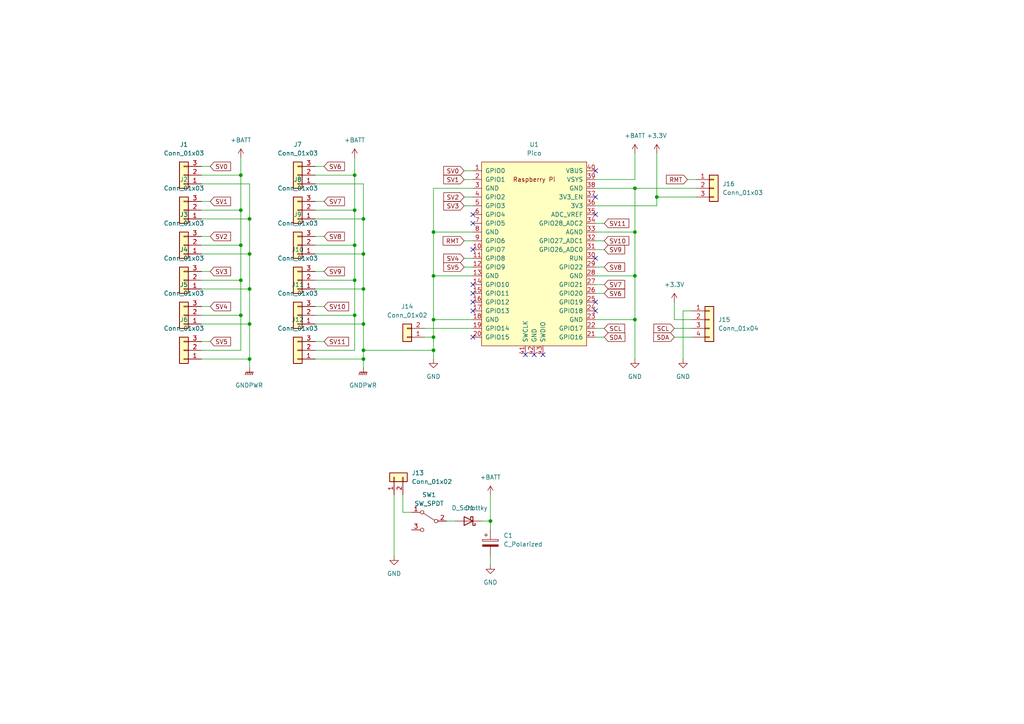
<source format=kicad_sch>
(kicad_sch (version 20211123) (generator eeschema)

  (uuid fa11a26e-3c28-4bdc-aeda-f51d234f192d)

  (paper "A4")

  (lib_symbols
    (symbol "Connector_Generic:Conn_01x02" (pin_names (offset 1.016) hide) (in_bom yes) (on_board yes)
      (property "Reference" "J" (id 0) (at 0 2.54 0)
        (effects (font (size 1.27 1.27)))
      )
      (property "Value" "Conn_01x02" (id 1) (at 0 -5.08 0)
        (effects (font (size 1.27 1.27)))
      )
      (property "Footprint" "" (id 2) (at 0 0 0)
        (effects (font (size 1.27 1.27)) hide)
      )
      (property "Datasheet" "~" (id 3) (at 0 0 0)
        (effects (font (size 1.27 1.27)) hide)
      )
      (property "ki_keywords" "connector" (id 4) (at 0 0 0)
        (effects (font (size 1.27 1.27)) hide)
      )
      (property "ki_description" "Generic connector, single row, 01x02, script generated (kicad-library-utils/schlib/autogen/connector/)" (id 5) (at 0 0 0)
        (effects (font (size 1.27 1.27)) hide)
      )
      (property "ki_fp_filters" "Connector*:*_1x??_*" (id 6) (at 0 0 0)
        (effects (font (size 1.27 1.27)) hide)
      )
      (symbol "Conn_01x02_1_1"
        (rectangle (start -1.27 -2.413) (end 0 -2.667)
          (stroke (width 0.1524) (type default) (color 0 0 0 0))
          (fill (type none))
        )
        (rectangle (start -1.27 0.127) (end 0 -0.127)
          (stroke (width 0.1524) (type default) (color 0 0 0 0))
          (fill (type none))
        )
        (rectangle (start -1.27 1.27) (end 1.27 -3.81)
          (stroke (width 0.254) (type default) (color 0 0 0 0))
          (fill (type background))
        )
        (pin passive line (at -5.08 0 0) (length 3.81)
          (name "Pin_1" (effects (font (size 1.27 1.27))))
          (number "1" (effects (font (size 1.27 1.27))))
        )
        (pin passive line (at -5.08 -2.54 0) (length 3.81)
          (name "Pin_2" (effects (font (size 1.27 1.27))))
          (number "2" (effects (font (size 1.27 1.27))))
        )
      )
    )
    (symbol "Connector_Generic:Conn_01x03" (pin_names (offset 1.016) hide) (in_bom yes) (on_board yes)
      (property "Reference" "J" (id 0) (at 0 5.08 0)
        (effects (font (size 1.27 1.27)))
      )
      (property "Value" "Conn_01x03" (id 1) (at 0 -5.08 0)
        (effects (font (size 1.27 1.27)))
      )
      (property "Footprint" "" (id 2) (at 0 0 0)
        (effects (font (size 1.27 1.27)) hide)
      )
      (property "Datasheet" "~" (id 3) (at 0 0 0)
        (effects (font (size 1.27 1.27)) hide)
      )
      (property "ki_keywords" "connector" (id 4) (at 0 0 0)
        (effects (font (size 1.27 1.27)) hide)
      )
      (property "ki_description" "Generic connector, single row, 01x03, script generated (kicad-library-utils/schlib/autogen/connector/)" (id 5) (at 0 0 0)
        (effects (font (size 1.27 1.27)) hide)
      )
      (property "ki_fp_filters" "Connector*:*_1x??_*" (id 6) (at 0 0 0)
        (effects (font (size 1.27 1.27)) hide)
      )
      (symbol "Conn_01x03_1_1"
        (rectangle (start -1.27 -2.413) (end 0 -2.667)
          (stroke (width 0.1524) (type default) (color 0 0 0 0))
          (fill (type none))
        )
        (rectangle (start -1.27 0.127) (end 0 -0.127)
          (stroke (width 0.1524) (type default) (color 0 0 0 0))
          (fill (type none))
        )
        (rectangle (start -1.27 2.667) (end 0 2.413)
          (stroke (width 0.1524) (type default) (color 0 0 0 0))
          (fill (type none))
        )
        (rectangle (start -1.27 3.81) (end 1.27 -3.81)
          (stroke (width 0.254) (type default) (color 0 0 0 0))
          (fill (type background))
        )
        (pin passive line (at -5.08 2.54 0) (length 3.81)
          (name "Pin_1" (effects (font (size 1.27 1.27))))
          (number "1" (effects (font (size 1.27 1.27))))
        )
        (pin passive line (at -5.08 0 0) (length 3.81)
          (name "Pin_2" (effects (font (size 1.27 1.27))))
          (number "2" (effects (font (size 1.27 1.27))))
        )
        (pin passive line (at -5.08 -2.54 0) (length 3.81)
          (name "Pin_3" (effects (font (size 1.27 1.27))))
          (number "3" (effects (font (size 1.27 1.27))))
        )
      )
    )
    (symbol "Connector_Generic:Conn_01x04" (pin_names (offset 1.016) hide) (in_bom yes) (on_board yes)
      (property "Reference" "J" (id 0) (at 0 5.08 0)
        (effects (font (size 1.27 1.27)))
      )
      (property "Value" "Conn_01x04" (id 1) (at 0 -7.62 0)
        (effects (font (size 1.27 1.27)))
      )
      (property "Footprint" "" (id 2) (at 0 0 0)
        (effects (font (size 1.27 1.27)) hide)
      )
      (property "Datasheet" "~" (id 3) (at 0 0 0)
        (effects (font (size 1.27 1.27)) hide)
      )
      (property "ki_keywords" "connector" (id 4) (at 0 0 0)
        (effects (font (size 1.27 1.27)) hide)
      )
      (property "ki_description" "Generic connector, single row, 01x04, script generated (kicad-library-utils/schlib/autogen/connector/)" (id 5) (at 0 0 0)
        (effects (font (size 1.27 1.27)) hide)
      )
      (property "ki_fp_filters" "Connector*:*_1x??_*" (id 6) (at 0 0 0)
        (effects (font (size 1.27 1.27)) hide)
      )
      (symbol "Conn_01x04_1_1"
        (rectangle (start -1.27 -4.953) (end 0 -5.207)
          (stroke (width 0.1524) (type default) (color 0 0 0 0))
          (fill (type none))
        )
        (rectangle (start -1.27 -2.413) (end 0 -2.667)
          (stroke (width 0.1524) (type default) (color 0 0 0 0))
          (fill (type none))
        )
        (rectangle (start -1.27 0.127) (end 0 -0.127)
          (stroke (width 0.1524) (type default) (color 0 0 0 0))
          (fill (type none))
        )
        (rectangle (start -1.27 2.667) (end 0 2.413)
          (stroke (width 0.1524) (type default) (color 0 0 0 0))
          (fill (type none))
        )
        (rectangle (start -1.27 3.81) (end 1.27 -6.35)
          (stroke (width 0.254) (type default) (color 0 0 0 0))
          (fill (type background))
        )
        (pin passive line (at -5.08 2.54 0) (length 3.81)
          (name "Pin_1" (effects (font (size 1.27 1.27))))
          (number "1" (effects (font (size 1.27 1.27))))
        )
        (pin passive line (at -5.08 0 0) (length 3.81)
          (name "Pin_2" (effects (font (size 1.27 1.27))))
          (number "2" (effects (font (size 1.27 1.27))))
        )
        (pin passive line (at -5.08 -2.54 0) (length 3.81)
          (name "Pin_3" (effects (font (size 1.27 1.27))))
          (number "3" (effects (font (size 1.27 1.27))))
        )
        (pin passive line (at -5.08 -5.08 0) (length 3.81)
          (name "Pin_4" (effects (font (size 1.27 1.27))))
          (number "4" (effects (font (size 1.27 1.27))))
        )
      )
    )
    (symbol "Device:C_Polarized" (pin_numbers hide) (pin_names (offset 0.254)) (in_bom yes) (on_board yes)
      (property "Reference" "C" (id 0) (at 0.635 2.54 0)
        (effects (font (size 1.27 1.27)) (justify left))
      )
      (property "Value" "C_Polarized" (id 1) (at 0.635 -2.54 0)
        (effects (font (size 1.27 1.27)) (justify left))
      )
      (property "Footprint" "" (id 2) (at 0.9652 -3.81 0)
        (effects (font (size 1.27 1.27)) hide)
      )
      (property "Datasheet" "~" (id 3) (at 0 0 0)
        (effects (font (size 1.27 1.27)) hide)
      )
      (property "ki_keywords" "cap capacitor" (id 4) (at 0 0 0)
        (effects (font (size 1.27 1.27)) hide)
      )
      (property "ki_description" "Polarized capacitor" (id 5) (at 0 0 0)
        (effects (font (size 1.27 1.27)) hide)
      )
      (property "ki_fp_filters" "CP_*" (id 6) (at 0 0 0)
        (effects (font (size 1.27 1.27)) hide)
      )
      (symbol "C_Polarized_0_1"
        (rectangle (start -2.286 0.508) (end 2.286 1.016)
          (stroke (width 0) (type default) (color 0 0 0 0))
          (fill (type none))
        )
        (polyline
          (pts
            (xy -1.778 2.286)
            (xy -0.762 2.286)
          )
          (stroke (width 0) (type default) (color 0 0 0 0))
          (fill (type none))
        )
        (polyline
          (pts
            (xy -1.27 2.794)
            (xy -1.27 1.778)
          )
          (stroke (width 0) (type default) (color 0 0 0 0))
          (fill (type none))
        )
        (rectangle (start 2.286 -0.508) (end -2.286 -1.016)
          (stroke (width 0) (type default) (color 0 0 0 0))
          (fill (type outline))
        )
      )
      (symbol "C_Polarized_1_1"
        (pin passive line (at 0 3.81 270) (length 2.794)
          (name "~" (effects (font (size 1.27 1.27))))
          (number "1" (effects (font (size 1.27 1.27))))
        )
        (pin passive line (at 0 -3.81 90) (length 2.794)
          (name "~" (effects (font (size 1.27 1.27))))
          (number "2" (effects (font (size 1.27 1.27))))
        )
      )
    )
    (symbol "Device:D_Schottky" (pin_numbers hide) (pin_names (offset 1.016) hide) (in_bom yes) (on_board yes)
      (property "Reference" "D" (id 0) (at 0 2.54 0)
        (effects (font (size 1.27 1.27)))
      )
      (property "Value" "D_Schottky" (id 1) (at 0 -2.54 0)
        (effects (font (size 1.27 1.27)))
      )
      (property "Footprint" "" (id 2) (at 0 0 0)
        (effects (font (size 1.27 1.27)) hide)
      )
      (property "Datasheet" "~" (id 3) (at 0 0 0)
        (effects (font (size 1.27 1.27)) hide)
      )
      (property "ki_keywords" "diode Schottky" (id 4) (at 0 0 0)
        (effects (font (size 1.27 1.27)) hide)
      )
      (property "ki_description" "Schottky diode" (id 5) (at 0 0 0)
        (effects (font (size 1.27 1.27)) hide)
      )
      (property "ki_fp_filters" "TO-???* *_Diode_* *SingleDiode* D_*" (id 6) (at 0 0 0)
        (effects (font (size 1.27 1.27)) hide)
      )
      (symbol "D_Schottky_0_1"
        (polyline
          (pts
            (xy 1.27 0)
            (xy -1.27 0)
          )
          (stroke (width 0) (type default) (color 0 0 0 0))
          (fill (type none))
        )
        (polyline
          (pts
            (xy 1.27 1.27)
            (xy 1.27 -1.27)
            (xy -1.27 0)
            (xy 1.27 1.27)
          )
          (stroke (width 0.254) (type default) (color 0 0 0 0))
          (fill (type none))
        )
        (polyline
          (pts
            (xy -1.905 0.635)
            (xy -1.905 1.27)
            (xy -1.27 1.27)
            (xy -1.27 -1.27)
            (xy -0.635 -1.27)
            (xy -0.635 -0.635)
          )
          (stroke (width 0.254) (type default) (color 0 0 0 0))
          (fill (type none))
        )
      )
      (symbol "D_Schottky_1_1"
        (pin passive line (at -3.81 0 0) (length 2.54)
          (name "K" (effects (font (size 1.27 1.27))))
          (number "1" (effects (font (size 1.27 1.27))))
        )
        (pin passive line (at 3.81 0 180) (length 2.54)
          (name "A" (effects (font (size 1.27 1.27))))
          (number "2" (effects (font (size 1.27 1.27))))
        )
      )
    )
    (symbol "RPi_Pico:Pico" (pin_names (offset 1.016)) (in_bom yes) (on_board yes)
      (property "Reference" "U" (id 0) (at -13.97 27.94 0)
        (effects (font (size 1.27 1.27)))
      )
      (property "Value" "Pico" (id 1) (at 0 19.05 0)
        (effects (font (size 1.27 1.27)))
      )
      (property "Footprint" "RPi_Pico:RPi_Pico_SMD_TH" (id 2) (at 0 0 90)
        (effects (font (size 1.27 1.27)) hide)
      )
      (property "Datasheet" "" (id 3) (at 0 0 0)
        (effects (font (size 1.27 1.27)) hide)
      )
      (symbol "Pico_0_0"
        (text "Raspberry Pi" (at 0 21.59 0)
          (effects (font (size 1.27 1.27)))
        )
      )
      (symbol "Pico_0_1"
        (rectangle (start -15.24 26.67) (end 15.24 -26.67)
          (stroke (width 0) (type default) (color 0 0 0 0))
          (fill (type background))
        )
      )
      (symbol "Pico_1_1"
        (pin bidirectional line (at -17.78 24.13 0) (length 2.54)
          (name "GPIO0" (effects (font (size 1.27 1.27))))
          (number "1" (effects (font (size 1.27 1.27))))
        )
        (pin bidirectional line (at -17.78 1.27 0) (length 2.54)
          (name "GPIO7" (effects (font (size 1.27 1.27))))
          (number "10" (effects (font (size 1.27 1.27))))
        )
        (pin bidirectional line (at -17.78 -1.27 0) (length 2.54)
          (name "GPIO8" (effects (font (size 1.27 1.27))))
          (number "11" (effects (font (size 1.27 1.27))))
        )
        (pin bidirectional line (at -17.78 -3.81 0) (length 2.54)
          (name "GPIO9" (effects (font (size 1.27 1.27))))
          (number "12" (effects (font (size 1.27 1.27))))
        )
        (pin power_in line (at -17.78 -6.35 0) (length 2.54)
          (name "GND" (effects (font (size 1.27 1.27))))
          (number "13" (effects (font (size 1.27 1.27))))
        )
        (pin bidirectional line (at -17.78 -8.89 0) (length 2.54)
          (name "GPIO10" (effects (font (size 1.27 1.27))))
          (number "14" (effects (font (size 1.27 1.27))))
        )
        (pin bidirectional line (at -17.78 -11.43 0) (length 2.54)
          (name "GPIO11" (effects (font (size 1.27 1.27))))
          (number "15" (effects (font (size 1.27 1.27))))
        )
        (pin bidirectional line (at -17.78 -13.97 0) (length 2.54)
          (name "GPIO12" (effects (font (size 1.27 1.27))))
          (number "16" (effects (font (size 1.27 1.27))))
        )
        (pin bidirectional line (at -17.78 -16.51 0) (length 2.54)
          (name "GPIO13" (effects (font (size 1.27 1.27))))
          (number "17" (effects (font (size 1.27 1.27))))
        )
        (pin power_in line (at -17.78 -19.05 0) (length 2.54)
          (name "GND" (effects (font (size 1.27 1.27))))
          (number "18" (effects (font (size 1.27 1.27))))
        )
        (pin bidirectional line (at -17.78 -21.59 0) (length 2.54)
          (name "GPIO14" (effects (font (size 1.27 1.27))))
          (number "19" (effects (font (size 1.27 1.27))))
        )
        (pin bidirectional line (at -17.78 21.59 0) (length 2.54)
          (name "GPIO1" (effects (font (size 1.27 1.27))))
          (number "2" (effects (font (size 1.27 1.27))))
        )
        (pin bidirectional line (at -17.78 -24.13 0) (length 2.54)
          (name "GPIO15" (effects (font (size 1.27 1.27))))
          (number "20" (effects (font (size 1.27 1.27))))
        )
        (pin bidirectional line (at 17.78 -24.13 180) (length 2.54)
          (name "GPIO16" (effects (font (size 1.27 1.27))))
          (number "21" (effects (font (size 1.27 1.27))))
        )
        (pin bidirectional line (at 17.78 -21.59 180) (length 2.54)
          (name "GPIO17" (effects (font (size 1.27 1.27))))
          (number "22" (effects (font (size 1.27 1.27))))
        )
        (pin power_in line (at 17.78 -19.05 180) (length 2.54)
          (name "GND" (effects (font (size 1.27 1.27))))
          (number "23" (effects (font (size 1.27 1.27))))
        )
        (pin bidirectional line (at 17.78 -16.51 180) (length 2.54)
          (name "GPIO18" (effects (font (size 1.27 1.27))))
          (number "24" (effects (font (size 1.27 1.27))))
        )
        (pin bidirectional line (at 17.78 -13.97 180) (length 2.54)
          (name "GPIO19" (effects (font (size 1.27 1.27))))
          (number "25" (effects (font (size 1.27 1.27))))
        )
        (pin bidirectional line (at 17.78 -11.43 180) (length 2.54)
          (name "GPIO20" (effects (font (size 1.27 1.27))))
          (number "26" (effects (font (size 1.27 1.27))))
        )
        (pin bidirectional line (at 17.78 -8.89 180) (length 2.54)
          (name "GPIO21" (effects (font (size 1.27 1.27))))
          (number "27" (effects (font (size 1.27 1.27))))
        )
        (pin power_in line (at 17.78 -6.35 180) (length 2.54)
          (name "GND" (effects (font (size 1.27 1.27))))
          (number "28" (effects (font (size 1.27 1.27))))
        )
        (pin bidirectional line (at 17.78 -3.81 180) (length 2.54)
          (name "GPIO22" (effects (font (size 1.27 1.27))))
          (number "29" (effects (font (size 1.27 1.27))))
        )
        (pin power_in line (at -17.78 19.05 0) (length 2.54)
          (name "GND" (effects (font (size 1.27 1.27))))
          (number "3" (effects (font (size 1.27 1.27))))
        )
        (pin input line (at 17.78 -1.27 180) (length 2.54)
          (name "RUN" (effects (font (size 1.27 1.27))))
          (number "30" (effects (font (size 1.27 1.27))))
        )
        (pin bidirectional line (at 17.78 1.27 180) (length 2.54)
          (name "GPIO26_ADC0" (effects (font (size 1.27 1.27))))
          (number "31" (effects (font (size 1.27 1.27))))
        )
        (pin bidirectional line (at 17.78 3.81 180) (length 2.54)
          (name "GPIO27_ADC1" (effects (font (size 1.27 1.27))))
          (number "32" (effects (font (size 1.27 1.27))))
        )
        (pin power_in line (at 17.78 6.35 180) (length 2.54)
          (name "AGND" (effects (font (size 1.27 1.27))))
          (number "33" (effects (font (size 1.27 1.27))))
        )
        (pin bidirectional line (at 17.78 8.89 180) (length 2.54)
          (name "GPIO28_ADC2" (effects (font (size 1.27 1.27))))
          (number "34" (effects (font (size 1.27 1.27))))
        )
        (pin unspecified line (at 17.78 11.43 180) (length 2.54)
          (name "ADC_VREF" (effects (font (size 1.27 1.27))))
          (number "35" (effects (font (size 1.27 1.27))))
        )
        (pin unspecified line (at 17.78 13.97 180) (length 2.54)
          (name "3V3" (effects (font (size 1.27 1.27))))
          (number "36" (effects (font (size 1.27 1.27))))
        )
        (pin input line (at 17.78 16.51 180) (length 2.54)
          (name "3V3_EN" (effects (font (size 1.27 1.27))))
          (number "37" (effects (font (size 1.27 1.27))))
        )
        (pin bidirectional line (at 17.78 19.05 180) (length 2.54)
          (name "GND" (effects (font (size 1.27 1.27))))
          (number "38" (effects (font (size 1.27 1.27))))
        )
        (pin unspecified line (at 17.78 21.59 180) (length 2.54)
          (name "VSYS" (effects (font (size 1.27 1.27))))
          (number "39" (effects (font (size 1.27 1.27))))
        )
        (pin bidirectional line (at -17.78 16.51 0) (length 2.54)
          (name "GPIO2" (effects (font (size 1.27 1.27))))
          (number "4" (effects (font (size 1.27 1.27))))
        )
        (pin unspecified line (at 17.78 24.13 180) (length 2.54)
          (name "VBUS" (effects (font (size 1.27 1.27))))
          (number "40" (effects (font (size 1.27 1.27))))
        )
        (pin input line (at -2.54 -29.21 90) (length 2.54)
          (name "SWCLK" (effects (font (size 1.27 1.27))))
          (number "41" (effects (font (size 1.27 1.27))))
        )
        (pin power_in line (at 0 -29.21 90) (length 2.54)
          (name "GND" (effects (font (size 1.27 1.27))))
          (number "42" (effects (font (size 1.27 1.27))))
        )
        (pin bidirectional line (at 2.54 -29.21 90) (length 2.54)
          (name "SWDIO" (effects (font (size 1.27 1.27))))
          (number "43" (effects (font (size 1.27 1.27))))
        )
        (pin bidirectional line (at -17.78 13.97 0) (length 2.54)
          (name "GPIO3" (effects (font (size 1.27 1.27))))
          (number "5" (effects (font (size 1.27 1.27))))
        )
        (pin bidirectional line (at -17.78 11.43 0) (length 2.54)
          (name "GPIO4" (effects (font (size 1.27 1.27))))
          (number "6" (effects (font (size 1.27 1.27))))
        )
        (pin bidirectional line (at -17.78 8.89 0) (length 2.54)
          (name "GPIO5" (effects (font (size 1.27 1.27))))
          (number "7" (effects (font (size 1.27 1.27))))
        )
        (pin power_in line (at -17.78 6.35 0) (length 2.54)
          (name "GND" (effects (font (size 1.27 1.27))))
          (number "8" (effects (font (size 1.27 1.27))))
        )
        (pin bidirectional line (at -17.78 3.81 0) (length 2.54)
          (name "GPIO6" (effects (font (size 1.27 1.27))))
          (number "9" (effects (font (size 1.27 1.27))))
        )
      )
    )
    (symbol "Switch:SW_SPDT" (pin_names (offset 0) hide) (in_bom yes) (on_board yes)
      (property "Reference" "SW" (id 0) (at 0 4.318 0)
        (effects (font (size 1.27 1.27)))
      )
      (property "Value" "SW_SPDT" (id 1) (at 0 -5.08 0)
        (effects (font (size 1.27 1.27)))
      )
      (property "Footprint" "" (id 2) (at 0 0 0)
        (effects (font (size 1.27 1.27)) hide)
      )
      (property "Datasheet" "~" (id 3) (at 0 0 0)
        (effects (font (size 1.27 1.27)) hide)
      )
      (property "ki_keywords" "switch single-pole double-throw spdt ON-ON" (id 4) (at 0 0 0)
        (effects (font (size 1.27 1.27)) hide)
      )
      (property "ki_description" "Switch, single pole double throw" (id 5) (at 0 0 0)
        (effects (font (size 1.27 1.27)) hide)
      )
      (symbol "SW_SPDT_0_0"
        (circle (center -2.032 0) (radius 0.508)
          (stroke (width 0) (type default) (color 0 0 0 0))
          (fill (type none))
        )
        (circle (center 2.032 -2.54) (radius 0.508)
          (stroke (width 0) (type default) (color 0 0 0 0))
          (fill (type none))
        )
      )
      (symbol "SW_SPDT_0_1"
        (polyline
          (pts
            (xy -1.524 0.254)
            (xy 1.651 2.286)
          )
          (stroke (width 0) (type default) (color 0 0 0 0))
          (fill (type none))
        )
        (circle (center 2.032 2.54) (radius 0.508)
          (stroke (width 0) (type default) (color 0 0 0 0))
          (fill (type none))
        )
      )
      (symbol "SW_SPDT_1_1"
        (pin passive line (at 5.08 2.54 180) (length 2.54)
          (name "A" (effects (font (size 1.27 1.27))))
          (number "1" (effects (font (size 1.27 1.27))))
        )
        (pin passive line (at -5.08 0 0) (length 2.54)
          (name "B" (effects (font (size 1.27 1.27))))
          (number "2" (effects (font (size 1.27 1.27))))
        )
        (pin passive line (at 5.08 -2.54 180) (length 2.54)
          (name "C" (effects (font (size 1.27 1.27))))
          (number "3" (effects (font (size 1.27 1.27))))
        )
      )
    )
    (symbol "power:+3.3V" (power) (pin_names (offset 0)) (in_bom yes) (on_board yes)
      (property "Reference" "#PWR" (id 0) (at 0 -3.81 0)
        (effects (font (size 1.27 1.27)) hide)
      )
      (property "Value" "+3.3V" (id 1) (at 0 3.556 0)
        (effects (font (size 1.27 1.27)))
      )
      (property "Footprint" "" (id 2) (at 0 0 0)
        (effects (font (size 1.27 1.27)) hide)
      )
      (property "Datasheet" "" (id 3) (at 0 0 0)
        (effects (font (size 1.27 1.27)) hide)
      )
      (property "ki_keywords" "power-flag" (id 4) (at 0 0 0)
        (effects (font (size 1.27 1.27)) hide)
      )
      (property "ki_description" "Power symbol creates a global label with name \"+3.3V\"" (id 5) (at 0 0 0)
        (effects (font (size 1.27 1.27)) hide)
      )
      (symbol "+3.3V_0_1"
        (polyline
          (pts
            (xy -0.762 1.27)
            (xy 0 2.54)
          )
          (stroke (width 0) (type default) (color 0 0 0 0))
          (fill (type none))
        )
        (polyline
          (pts
            (xy 0 0)
            (xy 0 2.54)
          )
          (stroke (width 0) (type default) (color 0 0 0 0))
          (fill (type none))
        )
        (polyline
          (pts
            (xy 0 2.54)
            (xy 0.762 1.27)
          )
          (stroke (width 0) (type default) (color 0 0 0 0))
          (fill (type none))
        )
      )
      (symbol "+3.3V_1_1"
        (pin power_in line (at 0 0 90) (length 0) hide
          (name "+3.3V" (effects (font (size 1.27 1.27))))
          (number "1" (effects (font (size 1.27 1.27))))
        )
      )
    )
    (symbol "power:+BATT" (power) (pin_names (offset 0)) (in_bom yes) (on_board yes)
      (property "Reference" "#PWR" (id 0) (at 0 -3.81 0)
        (effects (font (size 1.27 1.27)) hide)
      )
      (property "Value" "+BATT" (id 1) (at 0 3.556 0)
        (effects (font (size 1.27 1.27)))
      )
      (property "Footprint" "" (id 2) (at 0 0 0)
        (effects (font (size 1.27 1.27)) hide)
      )
      (property "Datasheet" "" (id 3) (at 0 0 0)
        (effects (font (size 1.27 1.27)) hide)
      )
      (property "ki_keywords" "power-flag battery" (id 4) (at 0 0 0)
        (effects (font (size 1.27 1.27)) hide)
      )
      (property "ki_description" "Power symbol creates a global label with name \"+BATT\"" (id 5) (at 0 0 0)
        (effects (font (size 1.27 1.27)) hide)
      )
      (symbol "+BATT_0_1"
        (polyline
          (pts
            (xy -0.762 1.27)
            (xy 0 2.54)
          )
          (stroke (width 0) (type default) (color 0 0 0 0))
          (fill (type none))
        )
        (polyline
          (pts
            (xy 0 0)
            (xy 0 2.54)
          )
          (stroke (width 0) (type default) (color 0 0 0 0))
          (fill (type none))
        )
        (polyline
          (pts
            (xy 0 2.54)
            (xy 0.762 1.27)
          )
          (stroke (width 0) (type default) (color 0 0 0 0))
          (fill (type none))
        )
      )
      (symbol "+BATT_1_1"
        (pin power_in line (at 0 0 90) (length 0) hide
          (name "+BATT" (effects (font (size 1.27 1.27))))
          (number "1" (effects (font (size 1.27 1.27))))
        )
      )
    )
    (symbol "power:GND" (power) (pin_names (offset 0)) (in_bom yes) (on_board yes)
      (property "Reference" "#PWR" (id 0) (at 0 -6.35 0)
        (effects (font (size 1.27 1.27)) hide)
      )
      (property "Value" "GND" (id 1) (at 0 -3.81 0)
        (effects (font (size 1.27 1.27)))
      )
      (property "Footprint" "" (id 2) (at 0 0 0)
        (effects (font (size 1.27 1.27)) hide)
      )
      (property "Datasheet" "" (id 3) (at 0 0 0)
        (effects (font (size 1.27 1.27)) hide)
      )
      (property "ki_keywords" "power-flag" (id 4) (at 0 0 0)
        (effects (font (size 1.27 1.27)) hide)
      )
      (property "ki_description" "Power symbol creates a global label with name \"GND\" , ground" (id 5) (at 0 0 0)
        (effects (font (size 1.27 1.27)) hide)
      )
      (symbol "GND_0_1"
        (polyline
          (pts
            (xy 0 0)
            (xy 0 -1.27)
            (xy 1.27 -1.27)
            (xy 0 -2.54)
            (xy -1.27 -1.27)
            (xy 0 -1.27)
          )
          (stroke (width 0) (type default) (color 0 0 0 0))
          (fill (type none))
        )
      )
      (symbol "GND_1_1"
        (pin power_in line (at 0 0 270) (length 0) hide
          (name "GND" (effects (font (size 1.27 1.27))))
          (number "1" (effects (font (size 1.27 1.27))))
        )
      )
    )
    (symbol "power:GNDPWR" (power) (pin_names (offset 0)) (in_bom yes) (on_board yes)
      (property "Reference" "#PWR" (id 0) (at 0 -5.08 0)
        (effects (font (size 1.27 1.27)) hide)
      )
      (property "Value" "GNDPWR" (id 1) (at 0 -3.302 0)
        (effects (font (size 1.27 1.27)))
      )
      (property "Footprint" "" (id 2) (at 0 -1.27 0)
        (effects (font (size 1.27 1.27)) hide)
      )
      (property "Datasheet" "" (id 3) (at 0 -1.27 0)
        (effects (font (size 1.27 1.27)) hide)
      )
      (property "ki_keywords" "power-flag" (id 4) (at 0 0 0)
        (effects (font (size 1.27 1.27)) hide)
      )
      (property "ki_description" "Power symbol creates a global label with name \"GNDPWR\" , power ground" (id 5) (at 0 0 0)
        (effects (font (size 1.27 1.27)) hide)
      )
      (symbol "GNDPWR_0_1"
        (polyline
          (pts
            (xy 0 -1.27)
            (xy 0 0)
          )
          (stroke (width 0) (type default) (color 0 0 0 0))
          (fill (type none))
        )
        (polyline
          (pts
            (xy -1.016 -1.27)
            (xy -1.27 -2.032)
            (xy -1.27 -2.032)
          )
          (stroke (width 0.2032) (type default) (color 0 0 0 0))
          (fill (type none))
        )
        (polyline
          (pts
            (xy -0.508 -1.27)
            (xy -0.762 -2.032)
            (xy -0.762 -2.032)
          )
          (stroke (width 0.2032) (type default) (color 0 0 0 0))
          (fill (type none))
        )
        (polyline
          (pts
            (xy 0 -1.27)
            (xy -0.254 -2.032)
            (xy -0.254 -2.032)
          )
          (stroke (width 0.2032) (type default) (color 0 0 0 0))
          (fill (type none))
        )
        (polyline
          (pts
            (xy 0.508 -1.27)
            (xy 0.254 -2.032)
            (xy 0.254 -2.032)
          )
          (stroke (width 0.2032) (type default) (color 0 0 0 0))
          (fill (type none))
        )
        (polyline
          (pts
            (xy 1.016 -1.27)
            (xy -1.016 -1.27)
            (xy -1.016 -1.27)
          )
          (stroke (width 0.2032) (type default) (color 0 0 0 0))
          (fill (type none))
        )
        (polyline
          (pts
            (xy 1.016 -1.27)
            (xy 0.762 -2.032)
            (xy 0.762 -2.032)
            (xy 0.762 -2.032)
          )
          (stroke (width 0.2032) (type default) (color 0 0 0 0))
          (fill (type none))
        )
      )
      (symbol "GNDPWR_1_1"
        (pin power_in line (at 0 0 270) (length 0) hide
          (name "GNDPWR" (effects (font (size 1.27 1.27))))
          (number "1" (effects (font (size 1.27 1.27))))
        )
      )
    )
  )

  (junction (at 72.39 83.82) (diameter 0) (color 0 0 0 0)
    (uuid 213756ae-8ac7-4884-a4a1-820f49d77fcb)
  )
  (junction (at 102.87 81.28) (diameter 0) (color 0 0 0 0)
    (uuid 2d03578d-fa41-4538-9457-df0766cda6de)
  )
  (junction (at 69.85 60.96) (diameter 0) (color 0 0 0 0)
    (uuid 2ecbf512-4f21-41b1-bedd-6c43762948ab)
  )
  (junction (at 184.15 92.71) (diameter 0) (color 0 0 0 0)
    (uuid 312d709a-917e-4d1e-a000-b355129fbbad)
  )
  (junction (at 125.73 80.01) (diameter 0) (color 0 0 0 0)
    (uuid 3a756dff-bfdf-436e-bd7b-fe6952061896)
  )
  (junction (at 190.5 57.15) (diameter 0) (color 0 0 0 0)
    (uuid 3b49dd02-a1c4-48f1-b050-b892d47ffd5d)
  )
  (junction (at 69.85 71.12) (diameter 0) (color 0 0 0 0)
    (uuid 43a852b4-3f50-4221-ab3c-bd55f6ec3733)
  )
  (junction (at 72.39 93.98) (diameter 0) (color 0 0 0 0)
    (uuid 50d551b0-85ab-46b3-8f1a-fd8659bba65a)
  )
  (junction (at 184.15 54.61) (diameter 0) (color 0 0 0 0)
    (uuid 681de484-a494-45ba-bf29-65e4ea82c295)
  )
  (junction (at 102.87 50.8) (diameter 0) (color 0 0 0 0)
    (uuid 69df3b81-2f63-45fc-b755-1098dafaa457)
  )
  (junction (at 125.73 67.31) (diameter 0) (color 0 0 0 0)
    (uuid 743559c3-8454-4e08-91d3-6b51b4c89fe4)
  )
  (junction (at 125.73 101.6) (diameter 0) (color 0 0 0 0)
    (uuid 76e1fc11-3a81-43e5-ba63-a9ddf170a1f4)
  )
  (junction (at 142.24 151.13) (diameter 0) (color 0 0 0 0)
    (uuid 76ff0b1a-9924-49dd-bc48-98a4f49a03a2)
  )
  (junction (at 184.15 67.31) (diameter 0) (color 0 0 0 0)
    (uuid a2d27e70-996a-46cf-ae77-a283226d5b73)
  )
  (junction (at 69.85 50.8) (diameter 0) (color 0 0 0 0)
    (uuid a6d34834-e21c-4d42-bff5-54af79cb1402)
  )
  (junction (at 102.87 60.96) (diameter 0) (color 0 0 0 0)
    (uuid b0bd3652-2b58-4026-9eb9-9b8b28f7aa61)
  )
  (junction (at 125.73 97.79) (diameter 0) (color 0 0 0 0)
    (uuid b4280317-7c56-4a80-933c-6db979022418)
  )
  (junction (at 72.39 63.5) (diameter 0) (color 0 0 0 0)
    (uuid b4b3b745-7185-4683-bb31-0c38bb04ae04)
  )
  (junction (at 105.41 101.6) (diameter 0) (color 0 0 0 0)
    (uuid b67e6388-df7b-4ee5-958e-530d5f4900fc)
  )
  (junction (at 72.39 73.66) (diameter 0) (color 0 0 0 0)
    (uuid b89f85ca-ff37-449c-bfb2-0ec9d6fee91c)
  )
  (junction (at 102.87 91.44) (diameter 0) (color 0 0 0 0)
    (uuid bed9e035-5e68-4137-a2f4-9793584cf556)
  )
  (junction (at 184.15 80.01) (diameter 0) (color 0 0 0 0)
    (uuid c2e0e63d-93b3-45ca-af3d-d77f0e137de6)
  )
  (junction (at 105.41 63.5) (diameter 0) (color 0 0 0 0)
    (uuid cb033b8d-48a8-4136-b117-f2b0557dc4dc)
  )
  (junction (at 105.41 104.14) (diameter 0) (color 0 0 0 0)
    (uuid cee8d419-a5aa-4c50-ac97-8a5088707e03)
  )
  (junction (at 69.85 81.28) (diameter 0) (color 0 0 0 0)
    (uuid d89d727a-6f88-43aa-85b8-56a0da4254b6)
  )
  (junction (at 105.41 93.98) (diameter 0) (color 0 0 0 0)
    (uuid db8eaeb0-d0d2-4d67-99de-17c049a7bb05)
  )
  (junction (at 105.41 73.66) (diameter 0) (color 0 0 0 0)
    (uuid dc6ad4c3-c4c3-467f-a891-bb96dce3e247)
  )
  (junction (at 102.87 71.12) (diameter 0) (color 0 0 0 0)
    (uuid e1a8aa1f-cae4-4c89-8ba4-b7c61adf7186)
  )
  (junction (at 105.41 83.82) (diameter 0) (color 0 0 0 0)
    (uuid e7d862a6-2cd8-4d1e-9902-9c0ea9d47bf9)
  )
  (junction (at 72.39 104.14) (diameter 0) (color 0 0 0 0)
    (uuid ee1044e0-9f0c-47b5-ac3d-a3f424b16668)
  )
  (junction (at 69.85 91.44) (diameter 0) (color 0 0 0 0)
    (uuid f89a5e32-9aa0-482c-8024-2c68a744d943)
  )
  (junction (at 125.73 92.71) (diameter 0) (color 0 0 0 0)
    (uuid fdc4b8c9-bb47-40a1-b446-924389709a45)
  )

  (no_connect (at 137.16 85.09) (uuid cf2cf226-3e5f-4616-9a4b-717c8ff45a96))
  (no_connect (at 137.16 90.17) (uuid cf2cf226-3e5f-4616-9a4b-717c8ff45a97))
  (no_connect (at 137.16 87.63) (uuid cf2cf226-3e5f-4616-9a4b-717c8ff45a99))
  (no_connect (at 152.4 102.87) (uuid cf2cf226-3e5f-4616-9a4b-717c8ff45a9a))
  (no_connect (at 137.16 97.79) (uuid cf2cf226-3e5f-4616-9a4b-717c8ff45a9b))
  (no_connect (at 154.94 102.87) (uuid cf2cf226-3e5f-4616-9a4b-717c8ff45a9c))
  (no_connect (at 172.72 62.23) (uuid cf2cf226-3e5f-4616-9a4b-717c8ff45a9d))
  (no_connect (at 172.72 49.53) (uuid cf2cf226-3e5f-4616-9a4b-717c8ff45a9e))
  (no_connect (at 172.72 57.15) (uuid cf2cf226-3e5f-4616-9a4b-717c8ff45a9f))
  (no_connect (at 172.72 90.17) (uuid cf2cf226-3e5f-4616-9a4b-717c8ff45aa0))
  (no_connect (at 157.48 102.87) (uuid cf2cf226-3e5f-4616-9a4b-717c8ff45aa1))
  (no_connect (at 172.72 87.63) (uuid cf2cf226-3e5f-4616-9a4b-717c8ff45aa2))
  (no_connect (at 172.72 74.93) (uuid cf2cf226-3e5f-4616-9a4b-717c8ff45aa3))
  (no_connect (at 137.16 72.39) (uuid cf2cf226-3e5f-4616-9a4b-717c8ff45aa4))
  (no_connect (at 137.16 62.23) (uuid cf2cf226-3e5f-4616-9a4b-717c8ff45aa5))
  (no_connect (at 137.16 64.77) (uuid cf2cf226-3e5f-4616-9a4b-717c8ff45aa6))
  (no_connect (at 137.16 82.55) (uuid cf2cf226-3e5f-4616-9a4b-717c8ff45aa7))

  (wire (pts (xy 91.44 73.66) (xy 105.41 73.66))
    (stroke (width 0) (type default) (color 0 0 0 0))
    (uuid 0156afed-96b7-4f59-8f02-f07afd6ecab7)
  )
  (wire (pts (xy 139.7 151.13) (xy 142.24 151.13))
    (stroke (width 0) (type default) (color 0 0 0 0))
    (uuid 07d51cef-de67-414c-84ba-1a581741afe7)
  )
  (wire (pts (xy 91.44 81.28) (xy 102.87 81.28))
    (stroke (width 0) (type default) (color 0 0 0 0))
    (uuid 0a837087-b526-489c-aeae-b06eeab94fb4)
  )
  (wire (pts (xy 91.44 58.42) (xy 93.98 58.42))
    (stroke (width 0) (type default) (color 0 0 0 0))
    (uuid 0c672d50-3b24-4b03-8c96-8e359a6f2dd7)
  )
  (wire (pts (xy 195.58 97.79) (xy 200.66 97.79))
    (stroke (width 0) (type default) (color 0 0 0 0))
    (uuid 0cbbfd4c-f175-4761-bd46-2e1f0bbce795)
  )
  (wire (pts (xy 105.41 93.98) (xy 105.41 101.6))
    (stroke (width 0) (type default) (color 0 0 0 0))
    (uuid 0ea84c29-d0e6-468b-877f-a699628f3783)
  )
  (wire (pts (xy 105.41 83.82) (xy 105.41 93.98))
    (stroke (width 0) (type default) (color 0 0 0 0))
    (uuid 0fb0e4ad-6050-4fe1-9903-f0bb7a3abe9f)
  )
  (wire (pts (xy 172.72 82.55) (xy 175.26 82.55))
    (stroke (width 0) (type default) (color 0 0 0 0))
    (uuid 104e01fb-6d56-4d59-98e3-478fed5d3d2a)
  )
  (wire (pts (xy 102.87 81.28) (xy 102.87 71.12))
    (stroke (width 0) (type default) (color 0 0 0 0))
    (uuid 16795a83-83f2-49ff-b368-03f51653ec4e)
  )
  (wire (pts (xy 172.72 59.69) (xy 190.5 59.69))
    (stroke (width 0) (type default) (color 0 0 0 0))
    (uuid 16b28c18-2d08-4b17-ad5b-afb97a34ca1d)
  )
  (wire (pts (xy 72.39 63.5) (xy 72.39 73.66))
    (stroke (width 0) (type default) (color 0 0 0 0))
    (uuid 16f89d8d-481c-45d4-9ecb-0358ae9a732f)
  )
  (wire (pts (xy 58.42 73.66) (xy 72.39 73.66))
    (stroke (width 0) (type default) (color 0 0 0 0))
    (uuid 1825265e-a1d8-4aa9-acf9-69e74954b4ea)
  )
  (wire (pts (xy 184.15 67.31) (xy 184.15 54.61))
    (stroke (width 0) (type default) (color 0 0 0 0))
    (uuid 1998aaa3-052c-49e0-9b12-557f5f099fe7)
  )
  (wire (pts (xy 125.73 80.01) (xy 137.16 80.01))
    (stroke (width 0) (type default) (color 0 0 0 0))
    (uuid 1cc30314-8c0b-422f-b713-f330f41d1b4c)
  )
  (wire (pts (xy 91.44 83.82) (xy 105.41 83.82))
    (stroke (width 0) (type default) (color 0 0 0 0))
    (uuid 1cc98cb4-beb9-47f9-86cc-f574dd82b420)
  )
  (wire (pts (xy 125.73 101.6) (xy 125.73 104.14))
    (stroke (width 0) (type default) (color 0 0 0 0))
    (uuid 1d4db151-51a2-4f4d-b945-dc3e3dff6077)
  )
  (wire (pts (xy 58.42 88.9) (xy 60.96 88.9))
    (stroke (width 0) (type default) (color 0 0 0 0))
    (uuid 1dbbde71-1da8-4912-bb9b-65d137233855)
  )
  (wire (pts (xy 58.42 81.28) (xy 69.85 81.28))
    (stroke (width 0) (type default) (color 0 0 0 0))
    (uuid 1fcda69c-5724-449c-ae39-7af759958a4a)
  )
  (wire (pts (xy 102.87 71.12) (xy 102.87 60.96))
    (stroke (width 0) (type default) (color 0 0 0 0))
    (uuid 1fedb6c4-c0ad-44ac-a45f-deec2f6d044d)
  )
  (wire (pts (xy 69.85 101.6) (xy 69.85 91.44))
    (stroke (width 0) (type default) (color 0 0 0 0))
    (uuid 225b37ba-07ed-440f-82ee-f3fcdbcaa09d)
  )
  (wire (pts (xy 91.44 101.6) (xy 102.87 101.6))
    (stroke (width 0) (type default) (color 0 0 0 0))
    (uuid 2362ecb5-4e86-4344-bc44-141dcab2eb7b)
  )
  (wire (pts (xy 91.44 91.44) (xy 102.87 91.44))
    (stroke (width 0) (type default) (color 0 0 0 0))
    (uuid 249ac8ab-bae2-4be4-ba12-70effb7374b4)
  )
  (wire (pts (xy 198.12 90.17) (xy 198.12 104.14))
    (stroke (width 0) (type default) (color 0 0 0 0))
    (uuid 28d92562-8271-464b-a502-c16bb59fde55)
  )
  (wire (pts (xy 142.24 151.13) (xy 142.24 153.67))
    (stroke (width 0) (type default) (color 0 0 0 0))
    (uuid 29825928-6aac-4066-a4fb-32fabfb3827b)
  )
  (wire (pts (xy 58.42 68.58) (xy 60.96 68.58))
    (stroke (width 0) (type default) (color 0 0 0 0))
    (uuid 2b0ebaf9-be09-4929-b221-b9c5c464f691)
  )
  (wire (pts (xy 184.15 54.61) (xy 172.72 54.61))
    (stroke (width 0) (type default) (color 0 0 0 0))
    (uuid 2ccdd227-eeaf-4d3e-ada8-2a52859770fe)
  )
  (wire (pts (xy 105.41 53.34) (xy 105.41 63.5))
    (stroke (width 0) (type default) (color 0 0 0 0))
    (uuid 2db2bb6c-c3d2-4760-a5ad-0317cdb0b20b)
  )
  (wire (pts (xy 105.41 63.5) (xy 105.41 73.66))
    (stroke (width 0) (type default) (color 0 0 0 0))
    (uuid 2eb57b17-8650-402c-8d45-a595cd35c075)
  )
  (wire (pts (xy 69.85 91.44) (xy 69.85 81.28))
    (stroke (width 0) (type default) (color 0 0 0 0))
    (uuid 30a341f2-614d-428a-98d9-b33bb13a5d3c)
  )
  (wire (pts (xy 58.42 58.42) (xy 60.96 58.42))
    (stroke (width 0) (type default) (color 0 0 0 0))
    (uuid 328af671-c5f3-457f-96e3-c679cf52ea17)
  )
  (wire (pts (xy 58.42 60.96) (xy 69.85 60.96))
    (stroke (width 0) (type default) (color 0 0 0 0))
    (uuid 33ae74d6-1335-42c2-a1f0-a148dfa93f43)
  )
  (wire (pts (xy 114.3 143.51) (xy 114.3 161.29))
    (stroke (width 0) (type default) (color 0 0 0 0))
    (uuid 34e8c889-d5fd-4432-95ff-5699a1322705)
  )
  (wire (pts (xy 125.73 54.61) (xy 125.73 67.31))
    (stroke (width 0) (type default) (color 0 0 0 0))
    (uuid 3a94f136-b567-4e39-bc85-2819e1715c76)
  )
  (wire (pts (xy 172.72 69.85) (xy 175.26 69.85))
    (stroke (width 0) (type default) (color 0 0 0 0))
    (uuid 3ad27cf6-fc83-4da4-896f-f054fb04a441)
  )
  (wire (pts (xy 200.66 90.17) (xy 198.12 90.17))
    (stroke (width 0) (type default) (color 0 0 0 0))
    (uuid 3afc3f04-1bef-4961-9b8b-bbc5ab69a92b)
  )
  (wire (pts (xy 172.72 97.79) (xy 175.26 97.79))
    (stroke (width 0) (type default) (color 0 0 0 0))
    (uuid 3b671f3b-62cf-4e52-8ac6-106a91304341)
  )
  (wire (pts (xy 72.39 104.14) (xy 72.39 106.68))
    (stroke (width 0) (type default) (color 0 0 0 0))
    (uuid 3c0949e5-aefb-481d-ac0b-4969a86d3f95)
  )
  (wire (pts (xy 116.84 143.51) (xy 116.84 148.59))
    (stroke (width 0) (type default) (color 0 0 0 0))
    (uuid 4260c050-1336-4975-9ae5-12a241d61ebd)
  )
  (wire (pts (xy 190.5 59.69) (xy 190.5 57.15))
    (stroke (width 0) (type default) (color 0 0 0 0))
    (uuid 431a522c-d460-4837-9c01-d3734bdf9cdd)
  )
  (wire (pts (xy 172.72 92.71) (xy 184.15 92.71))
    (stroke (width 0) (type default) (color 0 0 0 0))
    (uuid 43ead3a4-3d9d-4e19-aa27-622d0e31e132)
  )
  (wire (pts (xy 69.85 50.8) (xy 69.85 45.72))
    (stroke (width 0) (type default) (color 0 0 0 0))
    (uuid 481c0df8-417c-4648-b3f0-de111ebeb731)
  )
  (wire (pts (xy 69.85 60.96) (xy 69.85 50.8))
    (stroke (width 0) (type default) (color 0 0 0 0))
    (uuid 49148fa7-ab71-4510-b2c7-7a91fe566856)
  )
  (wire (pts (xy 58.42 104.14) (xy 72.39 104.14))
    (stroke (width 0) (type default) (color 0 0 0 0))
    (uuid 4add44b4-b798-449d-81c8-d76df7340ff4)
  )
  (wire (pts (xy 195.58 95.25) (xy 200.66 95.25))
    (stroke (width 0) (type default) (color 0 0 0 0))
    (uuid 4e2977b2-5043-4b8a-a6bf-f81236d5ae7b)
  )
  (wire (pts (xy 184.15 80.01) (xy 184.15 67.31))
    (stroke (width 0) (type default) (color 0 0 0 0))
    (uuid 4ebe6f6c-6a04-40f3-b5b2-85fa66d43f69)
  )
  (wire (pts (xy 102.87 91.44) (xy 102.87 81.28))
    (stroke (width 0) (type default) (color 0 0 0 0))
    (uuid 51ed1715-206c-468a-a1e0-5083aad337af)
  )
  (wire (pts (xy 134.62 74.93) (xy 137.16 74.93))
    (stroke (width 0) (type default) (color 0 0 0 0))
    (uuid 5262bf90-e57a-419b-94fd-14a7bd031f66)
  )
  (wire (pts (xy 123.19 95.25) (xy 137.16 95.25))
    (stroke (width 0) (type default) (color 0 0 0 0))
    (uuid 57c9750c-b96a-4ce5-9d42-3c2032d1d0ea)
  )
  (wire (pts (xy 134.62 77.47) (xy 137.16 77.47))
    (stroke (width 0) (type default) (color 0 0 0 0))
    (uuid 59e69df2-5e9e-4906-8aaf-f9abc94a11ea)
  )
  (wire (pts (xy 184.15 52.07) (xy 172.72 52.07))
    (stroke (width 0) (type default) (color 0 0 0 0))
    (uuid 5a6404aa-a046-444a-95d5-4bed1a33b120)
  )
  (wire (pts (xy 129.54 151.13) (xy 132.08 151.13))
    (stroke (width 0) (type default) (color 0 0 0 0))
    (uuid 5c2dabbf-9a64-4468-beb9-35968418d650)
  )
  (wire (pts (xy 58.42 91.44) (xy 69.85 91.44))
    (stroke (width 0) (type default) (color 0 0 0 0))
    (uuid 5dff5eef-e8a4-4b13-a78e-5ad8e437ed12)
  )
  (wire (pts (xy 134.62 57.15) (xy 137.16 57.15))
    (stroke (width 0) (type default) (color 0 0 0 0))
    (uuid 618bb285-a1ce-4762-adc6-2f29e7325946)
  )
  (wire (pts (xy 102.87 50.8) (xy 102.87 45.72))
    (stroke (width 0) (type default) (color 0 0 0 0))
    (uuid 6405894a-ef57-4e29-98a8-837e7781cbca)
  )
  (wire (pts (xy 190.5 57.15) (xy 201.93 57.15))
    (stroke (width 0) (type default) (color 0 0 0 0))
    (uuid 6859179d-c251-4cf8-9b17-91637131e7e5)
  )
  (wire (pts (xy 172.72 95.25) (xy 175.26 95.25))
    (stroke (width 0) (type default) (color 0 0 0 0))
    (uuid 6aa841bb-069c-4334-966f-55a48127b242)
  )
  (wire (pts (xy 58.42 48.26) (xy 60.96 48.26))
    (stroke (width 0) (type default) (color 0 0 0 0))
    (uuid 6b72288d-4945-4bb0-b337-3e291d217c2c)
  )
  (wire (pts (xy 91.44 50.8) (xy 102.87 50.8))
    (stroke (width 0) (type default) (color 0 0 0 0))
    (uuid 6c1e5453-d67c-4f16-925e-180bcb97f853)
  )
  (wire (pts (xy 91.44 60.96) (xy 102.87 60.96))
    (stroke (width 0) (type default) (color 0 0 0 0))
    (uuid 6cb278dc-6ad2-462e-a41e-590688ab307c)
  )
  (wire (pts (xy 125.73 97.79) (xy 125.73 101.6))
    (stroke (width 0) (type default) (color 0 0 0 0))
    (uuid 6f29f1df-4a96-40f0-aa57-9cbf91da8065)
  )
  (wire (pts (xy 72.39 93.98) (xy 72.39 104.14))
    (stroke (width 0) (type default) (color 0 0 0 0))
    (uuid 72084466-5ebc-4760-b77a-23162e60cf7a)
  )
  (wire (pts (xy 58.42 71.12) (xy 69.85 71.12))
    (stroke (width 0) (type default) (color 0 0 0 0))
    (uuid 730384f0-085b-4331-b995-b13df356baa8)
  )
  (wire (pts (xy 142.24 143.51) (xy 142.24 151.13))
    (stroke (width 0) (type default) (color 0 0 0 0))
    (uuid 7af834da-5eaa-4cd4-aff3-86df3dbef301)
  )
  (wire (pts (xy 199.39 52.07) (xy 201.93 52.07))
    (stroke (width 0) (type default) (color 0 0 0 0))
    (uuid 8022b7e2-b238-4af0-9d9d-6829046f8bb1)
  )
  (wire (pts (xy 134.62 52.07) (xy 137.16 52.07))
    (stroke (width 0) (type default) (color 0 0 0 0))
    (uuid 85e76c78-ce20-40f3-85ca-b1b4b0fb6335)
  )
  (wire (pts (xy 190.5 57.15) (xy 190.5 44.45))
    (stroke (width 0) (type default) (color 0 0 0 0))
    (uuid 8bd35113-722d-408a-8d0b-32c6575d5190)
  )
  (wire (pts (xy 58.42 53.34) (xy 72.39 53.34))
    (stroke (width 0) (type default) (color 0 0 0 0))
    (uuid 91969a65-4f6e-4927-aaeb-dccb579b7493)
  )
  (wire (pts (xy 58.42 101.6) (xy 69.85 101.6))
    (stroke (width 0) (type default) (color 0 0 0 0))
    (uuid 9255d1d1-fdbe-4113-8177-8540c5ceac4f)
  )
  (wire (pts (xy 91.44 104.14) (xy 105.41 104.14))
    (stroke (width 0) (type default) (color 0 0 0 0))
    (uuid 93b24428-1417-44c6-b674-bbe2f6dcb3a8)
  )
  (wire (pts (xy 105.41 101.6) (xy 105.41 104.14))
    (stroke (width 0) (type default) (color 0 0 0 0))
    (uuid 9689f107-6255-4a6d-bf39-a455c538ea5d)
  )
  (wire (pts (xy 91.44 48.26) (xy 93.98 48.26))
    (stroke (width 0) (type default) (color 0 0 0 0))
    (uuid 984b26dc-1f0e-4eea-b861-ebd0b3ecb3a9)
  )
  (wire (pts (xy 72.39 73.66) (xy 72.39 83.82))
    (stroke (width 0) (type default) (color 0 0 0 0))
    (uuid 998b0548-caf7-4adb-8884-470c3424fa59)
  )
  (wire (pts (xy 91.44 78.74) (xy 93.98 78.74))
    (stroke (width 0) (type default) (color 0 0 0 0))
    (uuid 9bd47809-afab-49b7-8bfc-3f126c27f32e)
  )
  (wire (pts (xy 172.72 77.47) (xy 175.26 77.47))
    (stroke (width 0) (type default) (color 0 0 0 0))
    (uuid 9c111330-b4b4-4485-8f0b-46a488c18d0c)
  )
  (wire (pts (xy 184.15 92.71) (xy 184.15 80.01))
    (stroke (width 0) (type default) (color 0 0 0 0))
    (uuid 9d1eac64-1bee-4277-a14c-a2e35ef77be1)
  )
  (wire (pts (xy 184.15 54.61) (xy 201.93 54.61))
    (stroke (width 0) (type default) (color 0 0 0 0))
    (uuid 9d679876-9bbc-4bf5-a0fe-9729880b93c7)
  )
  (wire (pts (xy 184.15 104.14) (xy 184.15 92.71))
    (stroke (width 0) (type default) (color 0 0 0 0))
    (uuid 9e8445ea-56a0-432d-96c0-d8de56e21ec1)
  )
  (wire (pts (xy 58.42 83.82) (xy 72.39 83.82))
    (stroke (width 0) (type default) (color 0 0 0 0))
    (uuid 9f49c3b1-ace1-488f-b312-6b2b3c15cac0)
  )
  (wire (pts (xy 72.39 53.34) (xy 72.39 63.5))
    (stroke (width 0) (type default) (color 0 0 0 0))
    (uuid a0c89b09-5075-4732-8064-6ad9451e047d)
  )
  (wire (pts (xy 105.41 104.14) (xy 105.41 106.68))
    (stroke (width 0) (type default) (color 0 0 0 0))
    (uuid a1192fb9-2201-409d-8f23-21ebdebeb375)
  )
  (wire (pts (xy 72.39 83.82) (xy 72.39 93.98))
    (stroke (width 0) (type default) (color 0 0 0 0))
    (uuid a6cd5120-6d1a-4ec1-a48d-2b5a2be9750c)
  )
  (wire (pts (xy 172.72 85.09) (xy 175.26 85.09))
    (stroke (width 0) (type default) (color 0 0 0 0))
    (uuid aa58e666-d120-4e49-8e8f-ae33785bad36)
  )
  (wire (pts (xy 125.73 67.31) (xy 137.16 67.31))
    (stroke (width 0) (type default) (color 0 0 0 0))
    (uuid ac7cb4f2-b7b6-4ffd-aac8-f433f8d4fe86)
  )
  (wire (pts (xy 172.72 64.77) (xy 175.26 64.77))
    (stroke (width 0) (type default) (color 0 0 0 0))
    (uuid af183e16-1e46-4c1f-9936-f9f605349569)
  )
  (wire (pts (xy 91.44 93.98) (xy 105.41 93.98))
    (stroke (width 0) (type default) (color 0 0 0 0))
    (uuid b2eaa4f8-833a-44ae-96ae-90af166b07fc)
  )
  (wire (pts (xy 123.19 97.79) (xy 125.73 97.79))
    (stroke (width 0) (type default) (color 0 0 0 0))
    (uuid b364e41d-da70-46d3-8979-50839bfae297)
  )
  (wire (pts (xy 125.73 54.61) (xy 137.16 54.61))
    (stroke (width 0) (type default) (color 0 0 0 0))
    (uuid bb151dc8-f437-49d4-978c-d8fdbbfef11a)
  )
  (wire (pts (xy 195.58 92.71) (xy 200.66 92.71))
    (stroke (width 0) (type default) (color 0 0 0 0))
    (uuid be35478d-f122-4a7f-b252-e6f987651c2f)
  )
  (wire (pts (xy 91.44 88.9) (xy 93.98 88.9))
    (stroke (width 0) (type default) (color 0 0 0 0))
    (uuid bf1a8f81-06b4-40a9-a296-b8a021237453)
  )
  (wire (pts (xy 105.41 101.6) (xy 125.73 101.6))
    (stroke (width 0) (type default) (color 0 0 0 0))
    (uuid c1d87b04-3b2d-4804-b82d-c6fb57411e6b)
  )
  (wire (pts (xy 91.44 71.12) (xy 102.87 71.12))
    (stroke (width 0) (type default) (color 0 0 0 0))
    (uuid c23d6d32-6a80-4c54-a5a5-7bae6a8ab672)
  )
  (wire (pts (xy 125.73 67.31) (xy 125.73 80.01))
    (stroke (width 0) (type default) (color 0 0 0 0))
    (uuid c47b3452-574d-4b63-8804-6631d0a28e32)
  )
  (wire (pts (xy 195.58 87.63) (xy 195.58 92.71))
    (stroke (width 0) (type default) (color 0 0 0 0))
    (uuid c549a471-f8aa-40c0-b8bd-49950089d376)
  )
  (wire (pts (xy 69.85 81.28) (xy 69.85 71.12))
    (stroke (width 0) (type default) (color 0 0 0 0))
    (uuid c5adbfcb-c2ba-4ae4-87eb-613c2fbccac2)
  )
  (wire (pts (xy 58.42 50.8) (xy 69.85 50.8))
    (stroke (width 0) (type default) (color 0 0 0 0))
    (uuid c711c699-e578-41a4-b283-e207662f44f2)
  )
  (wire (pts (xy 116.84 148.59) (xy 119.38 148.59))
    (stroke (width 0) (type default) (color 0 0 0 0))
    (uuid c907a46a-3945-4552-9a04-b6e8a420f025)
  )
  (wire (pts (xy 91.44 53.34) (xy 105.41 53.34))
    (stroke (width 0) (type default) (color 0 0 0 0))
    (uuid caa12a83-fccf-4009-8022-1fcc54aac11c)
  )
  (wire (pts (xy 58.42 93.98) (xy 72.39 93.98))
    (stroke (width 0) (type default) (color 0 0 0 0))
    (uuid cb60aff3-7c1a-4cad-96cd-905753daf1d4)
  )
  (wire (pts (xy 58.42 63.5) (xy 72.39 63.5))
    (stroke (width 0) (type default) (color 0 0 0 0))
    (uuid cf35ddb5-4522-4f3f-9efc-47d2bedfecb4)
  )
  (wire (pts (xy 105.41 73.66) (xy 105.41 83.82))
    (stroke (width 0) (type default) (color 0 0 0 0))
    (uuid d0f41127-054b-4aad-92f3-611a6542079c)
  )
  (wire (pts (xy 91.44 63.5) (xy 105.41 63.5))
    (stroke (width 0) (type default) (color 0 0 0 0))
    (uuid d0f5ac50-2970-4aa0-949f-060acec701ce)
  )
  (wire (pts (xy 58.42 99.06) (xy 60.96 99.06))
    (stroke (width 0) (type default) (color 0 0 0 0))
    (uuid d48e757a-0c4e-4d59-aed0-a6376f7202ff)
  )
  (wire (pts (xy 125.73 92.71) (xy 137.16 92.71))
    (stroke (width 0) (type default) (color 0 0 0 0))
    (uuid d9ade677-ab45-4cea-bf4e-cf1f042c02d0)
  )
  (wire (pts (xy 142.24 161.29) (xy 142.24 163.83))
    (stroke (width 0) (type default) (color 0 0 0 0))
    (uuid da8b491f-dfc6-414e-bc41-f5c136d0000e)
  )
  (wire (pts (xy 134.62 59.69) (xy 137.16 59.69))
    (stroke (width 0) (type default) (color 0 0 0 0))
    (uuid dc307d24-7ddb-46fb-9419-fbb2b8a33a32)
  )
  (wire (pts (xy 102.87 60.96) (xy 102.87 50.8))
    (stroke (width 0) (type default) (color 0 0 0 0))
    (uuid e02a9325-88e8-4ef4-965d-faa59d7b1b53)
  )
  (wire (pts (xy 125.73 92.71) (xy 125.73 97.79))
    (stroke (width 0) (type default) (color 0 0 0 0))
    (uuid e23e5956-c040-4cd1-9f04-dce77d87c5dc)
  )
  (wire (pts (xy 125.73 80.01) (xy 125.73 92.71))
    (stroke (width 0) (type default) (color 0 0 0 0))
    (uuid e66a00c9-f659-44a2-a087-a557211fe145)
  )
  (wire (pts (xy 102.87 101.6) (xy 102.87 91.44))
    (stroke (width 0) (type default) (color 0 0 0 0))
    (uuid e6c8088b-b2d5-4d5a-bcf6-8f8cb8599b80)
  )
  (wire (pts (xy 91.44 68.58) (xy 93.98 68.58))
    (stroke (width 0) (type default) (color 0 0 0 0))
    (uuid e7589447-7ae8-4d9e-bf78-46bd6e91c063)
  )
  (wire (pts (xy 172.72 80.01) (xy 184.15 80.01))
    (stroke (width 0) (type default) (color 0 0 0 0))
    (uuid eca81007-e9f0-40c3-b5c1-85d46b2d68b7)
  )
  (wire (pts (xy 172.72 72.39) (xy 175.26 72.39))
    (stroke (width 0) (type default) (color 0 0 0 0))
    (uuid ed0df8d3-a5db-46db-b19d-c48c6002b7a4)
  )
  (wire (pts (xy 134.62 69.85) (xy 137.16 69.85))
    (stroke (width 0) (type default) (color 0 0 0 0))
    (uuid f2feefae-7613-4521-8884-461e6ea30553)
  )
  (wire (pts (xy 58.42 78.74) (xy 60.96 78.74))
    (stroke (width 0) (type default) (color 0 0 0 0))
    (uuid f5e090c5-72e7-4521-8b98-650878119f7b)
  )
  (wire (pts (xy 69.85 71.12) (xy 69.85 60.96))
    (stroke (width 0) (type default) (color 0 0 0 0))
    (uuid f6a8369f-8c0f-4075-8d2d-a12ba1c10f6a)
  )
  (wire (pts (xy 134.62 49.53) (xy 137.16 49.53))
    (stroke (width 0) (type default) (color 0 0 0 0))
    (uuid f7d86db4-bcbc-472f-96ab-8cd12f7a2e59)
  )
  (wire (pts (xy 184.15 44.45) (xy 184.15 52.07))
    (stroke (width 0) (type default) (color 0 0 0 0))
    (uuid fc7aac52-c004-4b43-ac86-0bfe8f9e752b)
  )
  (wire (pts (xy 172.72 67.31) (xy 184.15 67.31))
    (stroke (width 0) (type default) (color 0 0 0 0))
    (uuid fceab321-12ba-4553-9cc8-eff6158a3181)
  )
  (wire (pts (xy 91.44 99.06) (xy 93.98 99.06))
    (stroke (width 0) (type default) (color 0 0 0 0))
    (uuid fdb521b4-f8ba-4c66-9c4c-78d7c854134c)
  )

  (global_label "SV9" (shape input) (at 93.98 78.74 0) (fields_autoplaced)
    (effects (font (size 1.27 1.27)) (justify left))
    (uuid 13c87146-e901-4cda-bc8d-0ed5769c5669)
    (property "Intersheet References" "${INTERSHEET_REFS}" (id 0) (at 99.9007 78.6606 0)
      (effects (font (size 1.27 1.27)) (justify left) hide)
    )
  )
  (global_label "SV3" (shape input) (at 134.62 59.69 180) (fields_autoplaced)
    (effects (font (size 1.27 1.27)) (justify right))
    (uuid 21bf0752-9165-4402-a89f-4ed505d78748)
    (property "Intersheet References" "${INTERSHEET_REFS}" (id 0) (at 128.6993 59.7694 0)
      (effects (font (size 1.27 1.27)) (justify right) hide)
    )
  )
  (global_label "SDA" (shape input) (at 175.26 97.79 0) (fields_autoplaced)
    (effects (font (size 1.27 1.27)) (justify left))
    (uuid 246feabe-5b05-4db8-93ff-d09813a9f6a3)
    (property "Intersheet References" "${INTERSHEET_REFS}" (id 0) (at 181.2412 97.7106 0)
      (effects (font (size 1.27 1.27)) (justify left) hide)
    )
  )
  (global_label "SV7" (shape input) (at 93.98 58.42 0) (fields_autoplaced)
    (effects (font (size 1.27 1.27)) (justify left))
    (uuid 29e99ace-4140-4313-b130-c1fa5f5fb1b9)
    (property "Intersheet References" "${INTERSHEET_REFS}" (id 0) (at 99.9007 58.3406 0)
      (effects (font (size 1.27 1.27)) (justify left) hide)
    )
  )
  (global_label "SV5" (shape input) (at 60.96 99.06 0) (fields_autoplaced)
    (effects (font (size 1.27 1.27)) (justify left))
    (uuid 32fc863e-bd8f-44bf-8875-863b81e1ec90)
    (property "Intersheet References" "${INTERSHEET_REFS}" (id 0) (at 66.8807 98.9806 0)
      (effects (font (size 1.27 1.27)) (justify left) hide)
    )
  )
  (global_label "SV8" (shape input) (at 93.98 68.58 0) (fields_autoplaced)
    (effects (font (size 1.27 1.27)) (justify left))
    (uuid 3a1f84a5-19ab-4f95-9f25-008f1c3f4f32)
    (property "Intersheet References" "${INTERSHEET_REFS}" (id 0) (at 99.9007 68.5006 0)
      (effects (font (size 1.27 1.27)) (justify left) hide)
    )
  )
  (global_label "SV11" (shape input) (at 93.98 99.06 0) (fields_autoplaced)
    (effects (font (size 1.27 1.27)) (justify left))
    (uuid 3c4b8e1b-b3a7-4c18-bb62-490a4fb90303)
    (property "Intersheet References" "${INTERSHEET_REFS}" (id 0) (at 101.1102 98.9806 0)
      (effects (font (size 1.27 1.27)) (justify left) hide)
    )
  )
  (global_label "SV7" (shape input) (at 175.26 82.55 0) (fields_autoplaced)
    (effects (font (size 1.27 1.27)) (justify left))
    (uuid 3cfcd13b-39e5-4430-8d82-d1990e6cf7a9)
    (property "Intersheet References" "${INTERSHEET_REFS}" (id 0) (at 181.1807 82.4706 0)
      (effects (font (size 1.27 1.27)) (justify left) hide)
    )
  )
  (global_label "SV2" (shape input) (at 134.62 57.15 180) (fields_autoplaced)
    (effects (font (size 1.27 1.27)) (justify right))
    (uuid 3ffdb337-cd8e-43a4-b25a-96216c3724cf)
    (property "Intersheet References" "${INTERSHEET_REFS}" (id 0) (at 128.6993 57.2294 0)
      (effects (font (size 1.27 1.27)) (justify right) hide)
    )
  )
  (global_label "SV4" (shape input) (at 60.96 88.9 0) (fields_autoplaced)
    (effects (font (size 1.27 1.27)) (justify left))
    (uuid 408aef76-c860-4814-a288-a762d0e5c4c7)
    (property "Intersheet References" "${INTERSHEET_REFS}" (id 0) (at 66.8807 88.8206 0)
      (effects (font (size 1.27 1.27)) (justify left) hide)
    )
  )
  (global_label "SV5" (shape input) (at 134.62 77.47 180) (fields_autoplaced)
    (effects (font (size 1.27 1.27)) (justify right))
    (uuid 42c09cdc-501d-4cdd-980f-c970f45eaf22)
    (property "Intersheet References" "${INTERSHEET_REFS}" (id 0) (at 128.6993 77.5494 0)
      (effects (font (size 1.27 1.27)) (justify right) hide)
    )
  )
  (global_label "SV1" (shape input) (at 134.62 52.07 180) (fields_autoplaced)
    (effects (font (size 1.27 1.27)) (justify right))
    (uuid 442d67dc-b738-4abb-8de4-327f289f81cb)
    (property "Intersheet References" "${INTERSHEET_REFS}" (id 0) (at 128.6993 52.1494 0)
      (effects (font (size 1.27 1.27)) (justify right) hide)
    )
  )
  (global_label "SV2" (shape input) (at 60.96 68.58 0) (fields_autoplaced)
    (effects (font (size 1.27 1.27)) (justify left))
    (uuid 45ef4609-8cbe-4303-955d-47a4f68da21b)
    (property "Intersheet References" "${INTERSHEET_REFS}" (id 0) (at 66.8807 68.5006 0)
      (effects (font (size 1.27 1.27)) (justify left) hide)
    )
  )
  (global_label "SV4" (shape input) (at 134.62 74.93 180) (fields_autoplaced)
    (effects (font (size 1.27 1.27)) (justify right))
    (uuid 53ec7ece-475c-42ee-ba7a-e013d98fd8a9)
    (property "Intersheet References" "${INTERSHEET_REFS}" (id 0) (at 128.6993 75.0094 0)
      (effects (font (size 1.27 1.27)) (justify right) hide)
    )
  )
  (global_label "SV3" (shape input) (at 60.96 78.74 0) (fields_autoplaced)
    (effects (font (size 1.27 1.27)) (justify left))
    (uuid 58c75080-1338-4dc0-b290-efb93579250c)
    (property "Intersheet References" "${INTERSHEET_REFS}" (id 0) (at 66.8807 78.6606 0)
      (effects (font (size 1.27 1.27)) (justify left) hide)
    )
  )
  (global_label "SV10" (shape input) (at 93.98 88.9 0) (fields_autoplaced)
    (effects (font (size 1.27 1.27)) (justify left))
    (uuid 61e732c2-b613-4e96-b994-8ef4576e05b0)
    (property "Intersheet References" "${INTERSHEET_REFS}" (id 0) (at 101.1102 88.8206 0)
      (effects (font (size 1.27 1.27)) (justify left) hide)
    )
  )
  (global_label "RMT" (shape input) (at 134.62 69.85 180) (fields_autoplaced)
    (effects (font (size 1.27 1.27)) (justify right))
    (uuid 6d69b489-202f-46ca-9ffa-4be9d74f3452)
    (property "Intersheet References" "${INTERSHEET_REFS}" (id 0) (at 128.5179 69.7706 0)
      (effects (font (size 1.27 1.27)) (justify right) hide)
    )
  )
  (global_label "SCL" (shape input) (at 175.26 95.25 0) (fields_autoplaced)
    (effects (font (size 1.27 1.27)) (justify left))
    (uuid 7b329ddd-fc45-47ca-ad55-cac2b5a3873d)
    (property "Intersheet References" "${INTERSHEET_REFS}" (id 0) (at 181.1807 95.1706 0)
      (effects (font (size 1.27 1.27)) (justify left) hide)
    )
  )
  (global_label "SV8" (shape input) (at 175.26 77.47 0) (fields_autoplaced)
    (effects (font (size 1.27 1.27)) (justify left))
    (uuid 7e06fba1-de70-4ab0-8535-097d3c1265cc)
    (property "Intersheet References" "${INTERSHEET_REFS}" (id 0) (at 181.1807 77.3906 0)
      (effects (font (size 1.27 1.27)) (justify left) hide)
    )
  )
  (global_label "SV6" (shape input) (at 93.98 48.26 0) (fields_autoplaced)
    (effects (font (size 1.27 1.27)) (justify left))
    (uuid 84b75e42-6be9-407e-a426-41f857032159)
    (property "Intersheet References" "${INTERSHEET_REFS}" (id 0) (at 99.9007 48.1806 0)
      (effects (font (size 1.27 1.27)) (justify left) hide)
    )
  )
  (global_label "SV1" (shape input) (at 60.96 58.42 0) (fields_autoplaced)
    (effects (font (size 1.27 1.27)) (justify left))
    (uuid 936e80a0-0a4a-49ba-85bb-15722741170e)
    (property "Intersheet References" "${INTERSHEET_REFS}" (id 0) (at 66.8807 58.3406 0)
      (effects (font (size 1.27 1.27)) (justify left) hide)
    )
  )
  (global_label "SV0" (shape input) (at 60.96 48.26 0) (fields_autoplaced)
    (effects (font (size 1.27 1.27)) (justify left))
    (uuid ac5ae430-f201-4ebd-a6f7-983113fb5c35)
    (property "Intersheet References" "${INTERSHEET_REFS}" (id 0) (at 66.8807 48.1806 0)
      (effects (font (size 1.27 1.27)) (justify left) hide)
    )
  )
  (global_label "RMT" (shape input) (at 199.39 52.07 180) (fields_autoplaced)
    (effects (font (size 1.27 1.27)) (justify right))
    (uuid c00fc6f2-cf2f-4a87-9342-6e9cabd42c52)
    (property "Intersheet References" "${INTERSHEET_REFS}" (id 0) (at 193.2879 51.9906 0)
      (effects (font (size 1.27 1.27)) (justify right) hide)
    )
  )
  (global_label "SV6" (shape input) (at 175.26 85.09 0) (fields_autoplaced)
    (effects (font (size 1.27 1.27)) (justify left))
    (uuid c4bb8599-6f10-4c42-bf96-b38ae7fd950a)
    (property "Intersheet References" "${INTERSHEET_REFS}" (id 0) (at 181.1807 85.0106 0)
      (effects (font (size 1.27 1.27)) (justify left) hide)
    )
  )
  (global_label "SV0" (shape input) (at 134.62 49.53 180) (fields_autoplaced)
    (effects (font (size 1.27 1.27)) (justify right))
    (uuid d4472cab-6fe7-48b1-badf-45272216890d)
    (property "Intersheet References" "${INTERSHEET_REFS}" (id 0) (at 128.6993 49.6094 0)
      (effects (font (size 1.27 1.27)) (justify right) hide)
    )
  )
  (global_label "SV11" (shape input) (at 175.26 64.77 0) (fields_autoplaced)
    (effects (font (size 1.27 1.27)) (justify left))
    (uuid d88e7821-6e26-4741-ad08-db1ca7dd7f70)
    (property "Intersheet References" "${INTERSHEET_REFS}" (id 0) (at 182.3902 64.6906 0)
      (effects (font (size 1.27 1.27)) (justify left) hide)
    )
  )
  (global_label "SCL" (shape input) (at 195.58 95.25 180) (fields_autoplaced)
    (effects (font (size 1.27 1.27)) (justify right))
    (uuid e0421c0a-8284-4e27-9b50-d7e3a6e762d0)
    (property "Intersheet References" "${INTERSHEET_REFS}" (id 0) (at 189.6593 95.3294 0)
      (effects (font (size 1.27 1.27)) (justify right) hide)
    )
  )
  (global_label "SV9" (shape input) (at 175.26 72.39 0) (fields_autoplaced)
    (effects (font (size 1.27 1.27)) (justify left))
    (uuid e098c0da-502c-43f5-b2fb-df9790591b18)
    (property "Intersheet References" "${INTERSHEET_REFS}" (id 0) (at 181.1807 72.3106 0)
      (effects (font (size 1.27 1.27)) (justify left) hide)
    )
  )
  (global_label "SV10" (shape input) (at 175.26 69.85 0) (fields_autoplaced)
    (effects (font (size 1.27 1.27)) (justify left))
    (uuid e60e9bd7-2333-4548-b25a-795cea4b1d15)
    (property "Intersheet References" "${INTERSHEET_REFS}" (id 0) (at 182.3902 69.7706 0)
      (effects (font (size 1.27 1.27)) (justify left) hide)
    )
  )
  (global_label "SDA" (shape input) (at 195.58 97.79 180) (fields_autoplaced)
    (effects (font (size 1.27 1.27)) (justify right))
    (uuid fb921242-f70c-42b9-a7c1-f8bf6e4586f7)
    (property "Intersheet References" "${INTERSHEET_REFS}" (id 0) (at 189.5988 97.8694 0)
      (effects (font (size 1.27 1.27)) (justify right) hide)
    )
  )

  (symbol (lib_id "power:GND") (at 125.73 104.14 0) (unit 1)
    (in_bom yes) (on_board yes) (fields_autoplaced)
    (uuid 0c8f6edd-3bcb-4dd2-b0d5-0a0bee696160)
    (property "Reference" "#PWR0102" (id 0) (at 125.73 110.49 0)
      (effects (font (size 1.27 1.27)) hide)
    )
    (property "Value" "GND" (id 1) (at 125.73 109.22 0))
    (property "Footprint" "" (id 2) (at 125.73 104.14 0)
      (effects (font (size 1.27 1.27)) hide)
    )
    (property "Datasheet" "" (id 3) (at 125.73 104.14 0)
      (effects (font (size 1.27 1.27)) hide)
    )
    (pin "1" (uuid 484880a0-c410-4c45-bcc2-4a4801152aa8))
  )

  (symbol (lib_id "power:+3.3V") (at 195.58 87.63 0) (unit 1)
    (in_bom yes) (on_board yes) (fields_autoplaced)
    (uuid 0e958b22-3182-48a2-ace7-82b66840cd7f)
    (property "Reference" "#PWR0110" (id 0) (at 195.58 91.44 0)
      (effects (font (size 1.27 1.27)) hide)
    )
    (property "Value" "+3.3V" (id 1) (at 195.58 82.55 0))
    (property "Footprint" "" (id 2) (at 195.58 87.63 0)
      (effects (font (size 1.27 1.27)) hide)
    )
    (property "Datasheet" "" (id 3) (at 195.58 87.63 0)
      (effects (font (size 1.27 1.27)) hide)
    )
    (pin "1" (uuid c562f26a-1740-4ba4-ac95-25e215520bac))
  )

  (symbol (lib_id "Connector_Generic:Conn_01x03") (at 53.34 101.6 180) (unit 1)
    (in_bom yes) (on_board yes) (fields_autoplaced)
    (uuid 166a7be2-5ec6-44df-a811-44bc48013536)
    (property "Reference" "J6" (id 0) (at 53.34 92.71 0))
    (property "Value" "Conn_01x03" (id 1) (at 53.34 95.25 0))
    (property "Footprint" "Connector_PinHeader_2.54mm:PinHeader_1x03_P2.54mm_Vertical" (id 2) (at 53.34 101.6 0)
      (effects (font (size 1.27 1.27)) hide)
    )
    (property "Datasheet" "~" (id 3) (at 53.34 101.6 0)
      (effects (font (size 1.27 1.27)) hide)
    )
    (pin "1" (uuid c370c6f1-ed9a-4e88-ac68-d7b979e22e68))
    (pin "2" (uuid ca03e27d-74ec-4f33-b267-0c01717a7a64))
    (pin "3" (uuid 7017078b-97ae-4af8-9d1c-6c02e5aba596))
  )

  (symbol (lib_id "Connector_Generic:Conn_01x03") (at 53.34 71.12 180) (unit 1)
    (in_bom yes) (on_board yes) (fields_autoplaced)
    (uuid 19571af8-08b7-4214-bf6d-d9c87b9cf6bb)
    (property "Reference" "J3" (id 0) (at 53.34 62.23 0))
    (property "Value" "Conn_01x03" (id 1) (at 53.34 64.77 0))
    (property "Footprint" "Connector_PinHeader_2.54mm:PinHeader_1x03_P2.54mm_Vertical" (id 2) (at 53.34 71.12 0)
      (effects (font (size 1.27 1.27)) hide)
    )
    (property "Datasheet" "~" (id 3) (at 53.34 71.12 0)
      (effects (font (size 1.27 1.27)) hide)
    )
    (pin "1" (uuid 05a8a8fd-3cd3-495e-8f80-e0086d82c520))
    (pin "2" (uuid 142d904c-4d34-4f27-b181-8206c47b5242))
    (pin "3" (uuid 374ff668-3c43-49d3-9be0-e85271470221))
  )

  (symbol (lib_id "Switch:SW_SPDT") (at 124.46 151.13 0) (mirror y) (unit 1)
    (in_bom yes) (on_board yes) (fields_autoplaced)
    (uuid 236780db-1561-446f-a81e-3ae06954909f)
    (property "Reference" "SW1" (id 0) (at 124.46 143.51 0))
    (property "Value" "SW_SPDT" (id 1) (at 124.46 146.05 0))
    (property "Footprint" "Connector_PinHeader_2.54mm:PinHeader_1x03_P2.54mm_Vertical" (id 2) (at 124.46 151.13 0)
      (effects (font (size 1.27 1.27)) hide)
    )
    (property "Datasheet" "~" (id 3) (at 124.46 151.13 0)
      (effects (font (size 1.27 1.27)) hide)
    )
    (pin "1" (uuid 45453df2-2f28-4bc4-85fa-ce779e67de1a))
    (pin "2" (uuid eaba3e77-34eb-445b-b644-263208b30919))
    (pin "3" (uuid e0c12810-765a-47f7-a37c-863cfa73c095))
  )

  (symbol (lib_id "power:+BATT") (at 102.87 45.72 0) (unit 1)
    (in_bom yes) (on_board yes) (fields_autoplaced)
    (uuid 23b46299-ee30-4702-a86a-f20eab8fbc85)
    (property "Reference" "#PWR0109" (id 0) (at 102.87 49.53 0)
      (effects (font (size 1.27 1.27)) hide)
    )
    (property "Value" "+BATT" (id 1) (at 102.87 40.64 0))
    (property "Footprint" "" (id 2) (at 102.87 45.72 0)
      (effects (font (size 1.27 1.27)) hide)
    )
    (property "Datasheet" "" (id 3) (at 102.87 45.72 0)
      (effects (font (size 1.27 1.27)) hide)
    )
    (pin "1" (uuid fe8bfdd6-ba26-453e-a091-b7f270800819))
  )

  (symbol (lib_id "Connector_Generic:Conn_01x03") (at 86.36 71.12 180) (unit 1)
    (in_bom yes) (on_board yes) (fields_autoplaced)
    (uuid 36379e4c-4203-4c12-a209-04c50f93a7ae)
    (property "Reference" "J9" (id 0) (at 86.36 62.23 0))
    (property "Value" "Conn_01x03" (id 1) (at 86.36 64.77 0))
    (property "Footprint" "Connector_PinHeader_2.54mm:PinHeader_1x03_P2.54mm_Vertical" (id 2) (at 86.36 71.12 0)
      (effects (font (size 1.27 1.27)) hide)
    )
    (property "Datasheet" "~" (id 3) (at 86.36 71.12 0)
      (effects (font (size 1.27 1.27)) hide)
    )
    (pin "1" (uuid db8b9ac8-485f-4334-9191-97dcfa7ed796))
    (pin "2" (uuid c8ef521d-d448-4c64-8b6d-c7261c219fa7))
    (pin "3" (uuid 2a6872a1-5f0e-4047-af5a-f2f77c5cb175))
  )

  (symbol (lib_id "Connector_Generic:Conn_01x03") (at 53.34 81.28 180) (unit 1)
    (in_bom yes) (on_board yes) (fields_autoplaced)
    (uuid 3b4bb1e7-eeac-4d62-bcde-68fac1a58ca5)
    (property "Reference" "J4" (id 0) (at 53.34 72.39 0))
    (property "Value" "Conn_01x03" (id 1) (at 53.34 74.93 0))
    (property "Footprint" "Connector_PinHeader_2.54mm:PinHeader_1x03_P2.54mm_Vertical" (id 2) (at 53.34 81.28 0)
      (effects (font (size 1.27 1.27)) hide)
    )
    (property "Datasheet" "~" (id 3) (at 53.34 81.28 0)
      (effects (font (size 1.27 1.27)) hide)
    )
    (pin "1" (uuid 63a7ee2a-9dd3-49fa-b1d2-4571c44ef100))
    (pin "2" (uuid 593d5dc7-c62d-4c32-907b-2c22bade8115))
    (pin "3" (uuid a456e2e2-ba71-4441-9ac9-56b83be9d261))
  )

  (symbol (lib_id "Connector_Generic:Conn_01x03") (at 86.36 101.6 180) (unit 1)
    (in_bom yes) (on_board yes) (fields_autoplaced)
    (uuid 3e773cc1-597e-478c-825e-f48866359d81)
    (property "Reference" "J12" (id 0) (at 86.36 92.71 0))
    (property "Value" "Conn_01x03" (id 1) (at 86.36 95.25 0))
    (property "Footprint" "Connector_PinHeader_2.54mm:PinHeader_1x03_P2.54mm_Vertical" (id 2) (at 86.36 101.6 0)
      (effects (font (size 1.27 1.27)) hide)
    )
    (property "Datasheet" "~" (id 3) (at 86.36 101.6 0)
      (effects (font (size 1.27 1.27)) hide)
    )
    (pin "1" (uuid d0699ba4-775c-4eee-82a4-cc780e13f2a3))
    (pin "2" (uuid cd09746b-88dd-4aae-8ee7-733216ea63ee))
    (pin "3" (uuid 0c00196a-6630-44d7-b2b3-ef0e9896a7bb))
  )

  (symbol (lib_id "power:GNDPWR") (at 72.39 106.68 0) (unit 1)
    (in_bom yes) (on_board yes) (fields_autoplaced)
    (uuid 40575152-e0db-4df1-a841-43f3400216d4)
    (property "Reference" "#PWR0113" (id 0) (at 72.39 111.76 0)
      (effects (font (size 1.27 1.27)) hide)
    )
    (property "Value" "GNDPWR" (id 1) (at 72.263 111.76 0))
    (property "Footprint" "" (id 2) (at 72.39 107.95 0)
      (effects (font (size 1.27 1.27)) hide)
    )
    (property "Datasheet" "" (id 3) (at 72.39 107.95 0)
      (effects (font (size 1.27 1.27)) hide)
    )
    (pin "1" (uuid ebc0c133-04c1-4291-ac16-0c4f5094cf12))
  )

  (symbol (lib_id "Connector_Generic:Conn_01x03") (at 53.34 91.44 180) (unit 1)
    (in_bom yes) (on_board yes) (fields_autoplaced)
    (uuid 55fb7c38-f4dc-44b2-9c06-3ec8434e3222)
    (property "Reference" "J5" (id 0) (at 53.34 82.55 0))
    (property "Value" "Conn_01x03" (id 1) (at 53.34 85.09 0))
    (property "Footprint" "Connector_PinHeader_2.54mm:PinHeader_1x03_P2.54mm_Vertical" (id 2) (at 53.34 91.44 0)
      (effects (font (size 1.27 1.27)) hide)
    )
    (property "Datasheet" "~" (id 3) (at 53.34 91.44 0)
      (effects (font (size 1.27 1.27)) hide)
    )
    (pin "1" (uuid 31cda290-8569-4be5-8cee-1725eff081a6))
    (pin "2" (uuid beeab4b0-69c2-49b5-aa78-5a3c3976a25d))
    (pin "3" (uuid 12917402-21df-488a-9f57-c8be52389a5d))
  )

  (symbol (lib_id "Connector_Generic:Conn_01x03") (at 207.01 54.61 0) (unit 1)
    (in_bom yes) (on_board yes) (fields_autoplaced)
    (uuid 608d4290-996c-4ea7-818e-442900503df1)
    (property "Reference" "J16" (id 0) (at 209.55 53.3399 0)
      (effects (font (size 1.27 1.27)) (justify left))
    )
    (property "Value" "Conn_01x03" (id 1) (at 209.55 55.8799 0)
      (effects (font (size 1.27 1.27)) (justify left))
    )
    (property "Footprint" "Connector_PinHeader_2.54mm:PinHeader_1x03_P2.54mm_Vertical" (id 2) (at 207.01 54.61 0)
      (effects (font (size 1.27 1.27)) hide)
    )
    (property "Datasheet" "~" (id 3) (at 207.01 54.61 0)
      (effects (font (size 1.27 1.27)) hide)
    )
    (pin "1" (uuid 009c17c0-1a89-4901-9421-d1c445635971))
    (pin "2" (uuid 261a5bca-dc5e-4062-9777-bf73c1079423))
    (pin "3" (uuid 398cbd75-f26d-4bdf-9aee-c0eeb76e3a77))
  )

  (symbol (lib_id "power:GND") (at 198.12 104.14 0) (unit 1)
    (in_bom yes) (on_board yes) (fields_autoplaced)
    (uuid 62d5ff28-38f7-41f0-aaca-e1f8cc198600)
    (property "Reference" "#PWR0111" (id 0) (at 198.12 110.49 0)
      (effects (font (size 1.27 1.27)) hide)
    )
    (property "Value" "GND" (id 1) (at 198.12 109.22 0))
    (property "Footprint" "" (id 2) (at 198.12 104.14 0)
      (effects (font (size 1.27 1.27)) hide)
    )
    (property "Datasheet" "" (id 3) (at 198.12 104.14 0)
      (effects (font (size 1.27 1.27)) hide)
    )
    (pin "1" (uuid 65edf7da-cd4c-49d7-a019-35132cb587e4))
  )

  (symbol (lib_id "power:+BATT") (at 69.85 45.72 0) (unit 1)
    (in_bom yes) (on_board yes) (fields_autoplaced)
    (uuid 7492745f-5b31-427a-b574-32b629514dc3)
    (property "Reference" "#PWR0108" (id 0) (at 69.85 49.53 0)
      (effects (font (size 1.27 1.27)) hide)
    )
    (property "Value" "+BATT" (id 1) (at 69.85 40.64 0))
    (property "Footprint" "" (id 2) (at 69.85 45.72 0)
      (effects (font (size 1.27 1.27)) hide)
    )
    (property "Datasheet" "" (id 3) (at 69.85 45.72 0)
      (effects (font (size 1.27 1.27)) hide)
    )
    (pin "1" (uuid 27a60852-1e02-4427-bccf-108439b4800e))
  )

  (symbol (lib_id "Connector_Generic:Conn_01x03") (at 53.34 50.8 180) (unit 1)
    (in_bom yes) (on_board yes) (fields_autoplaced)
    (uuid 84cab6ef-595f-42d1-b342-80f346047b41)
    (property "Reference" "J1" (id 0) (at 53.34 41.91 0))
    (property "Value" "Conn_01x03" (id 1) (at 53.34 44.45 0))
    (property "Footprint" "Connector_PinHeader_2.54mm:PinHeader_1x03_P2.54mm_Vertical" (id 2) (at 53.34 50.8 0)
      (effects (font (size 1.27 1.27)) hide)
    )
    (property "Datasheet" "~" (id 3) (at 53.34 50.8 0)
      (effects (font (size 1.27 1.27)) hide)
    )
    (pin "1" (uuid c0d3e570-f9a6-4574-8678-8a72dd4232da))
    (pin "2" (uuid 69af5dd7-853d-4060-b58f-59076ed73bf0))
    (pin "3" (uuid 86f15b7e-9b3f-4755-893b-cbe638e8fa73))
  )

  (symbol (lib_id "Connector_Generic:Conn_01x04") (at 205.74 92.71 0) (unit 1)
    (in_bom yes) (on_board yes) (fields_autoplaced)
    (uuid 919ae97b-54e6-4dd6-b5b5-8c5c70241f80)
    (property "Reference" "J15" (id 0) (at 208.28 92.7099 0)
      (effects (font (size 1.27 1.27)) (justify left))
    )
    (property "Value" "Conn_01x04" (id 1) (at 208.28 95.2499 0)
      (effects (font (size 1.27 1.27)) (justify left))
    )
    (property "Footprint" "Connector_PinHeader_2.54mm:PinHeader_1x04_P2.54mm_Vertical" (id 2) (at 205.74 92.71 0)
      (effects (font (size 1.27 1.27)) hide)
    )
    (property "Datasheet" "~" (id 3) (at 205.74 92.71 0)
      (effects (font (size 1.27 1.27)) hide)
    )
    (pin "1" (uuid cf28351d-8e9c-4400-873b-c82e1ebc12d3))
    (pin "2" (uuid d427c643-48ed-4a2e-a29f-8f5f87ad8f7e))
    (pin "3" (uuid 911c71c7-589c-45aa-9338-f047cec2dffb))
    (pin "4" (uuid 821ef2d7-e15f-4d3e-af21-cf454887d55d))
  )

  (symbol (lib_id "power:GND") (at 114.3 161.29 0) (unit 1)
    (in_bom yes) (on_board yes) (fields_autoplaced)
    (uuid 955a27b5-c8b0-4e78-94d8-8238d5e8a3b9)
    (property "Reference" "#PWR0103" (id 0) (at 114.3 167.64 0)
      (effects (font (size 1.27 1.27)) hide)
    )
    (property "Value" "GND" (id 1) (at 114.3 166.37 0))
    (property "Footprint" "" (id 2) (at 114.3 161.29 0)
      (effects (font (size 1.27 1.27)) hide)
    )
    (property "Datasheet" "" (id 3) (at 114.3 161.29 0)
      (effects (font (size 1.27 1.27)) hide)
    )
    (pin "1" (uuid 9590a4eb-e7a0-4581-aa5c-3512bfddcd74))
  )

  (symbol (lib_id "power:GND") (at 142.24 163.83 0) (unit 1)
    (in_bom yes) (on_board yes) (fields_autoplaced)
    (uuid 9a960bba-733c-417d-84ac-586692271d59)
    (property "Reference" "#PWR0104" (id 0) (at 142.24 170.18 0)
      (effects (font (size 1.27 1.27)) hide)
    )
    (property "Value" "GND" (id 1) (at 142.24 168.91 0))
    (property "Footprint" "" (id 2) (at 142.24 163.83 0)
      (effects (font (size 1.27 1.27)) hide)
    )
    (property "Datasheet" "" (id 3) (at 142.24 163.83 0)
      (effects (font (size 1.27 1.27)) hide)
    )
    (pin "1" (uuid 47880454-2720-4523-847f-7e1862a2457d))
  )

  (symbol (lib_id "Connector_Generic:Conn_01x03") (at 86.36 60.96 180) (unit 1)
    (in_bom yes) (on_board yes) (fields_autoplaced)
    (uuid 9f6815a2-a648-4c7d-90cc-9574e038a150)
    (property "Reference" "J8" (id 0) (at 86.36 52.07 0))
    (property "Value" "Conn_01x03" (id 1) (at 86.36 54.61 0))
    (property "Footprint" "Connector_PinHeader_2.54mm:PinHeader_1x03_P2.54mm_Vertical" (id 2) (at 86.36 60.96 0)
      (effects (font (size 1.27 1.27)) hide)
    )
    (property "Datasheet" "~" (id 3) (at 86.36 60.96 0)
      (effects (font (size 1.27 1.27)) hide)
    )
    (pin "1" (uuid 8e4debe1-979a-4bbb-b1a4-2f807f309a01))
    (pin "2" (uuid 60f8ef26-19f5-4b27-b623-02484b861db2))
    (pin "3" (uuid a253f99a-f3c0-452f-ae17-ed340c1d2e34))
  )

  (symbol (lib_id "Connector_Generic:Conn_01x02") (at 118.11 97.79 180) (unit 1)
    (in_bom yes) (on_board yes) (fields_autoplaced)
    (uuid a4cbd09e-cc29-4411-b4a2-1fad2e209b40)
    (property "Reference" "J14" (id 0) (at 118.11 88.9 0))
    (property "Value" "Conn_01x02" (id 1) (at 118.11 91.44 0))
    (property "Footprint" "Buzzer_Beeper:Buzzer_TDK_PS1240P02BT_D12.2mm_H6.5mm" (id 2) (at 118.11 97.79 0)
      (effects (font (size 1.27 1.27)) hide)
    )
    (property "Datasheet" "~" (id 3) (at 118.11 97.79 0)
      (effects (font (size 1.27 1.27)) hide)
    )
    (pin "1" (uuid 7792cf90-b47a-452d-80d0-5dd78d600a15))
    (pin "2" (uuid ef82326f-760d-47f9-8b5e-f10d5c1d302c))
  )

  (symbol (lib_id "Device:C_Polarized") (at 142.24 157.48 0) (unit 1)
    (in_bom yes) (on_board yes) (fields_autoplaced)
    (uuid a7aefd39-7137-4619-a516-ce5b42a26668)
    (property "Reference" "C1" (id 0) (at 146.05 155.3209 0)
      (effects (font (size 1.27 1.27)) (justify left))
    )
    (property "Value" "C_Polarized" (id 1) (at 146.05 157.8609 0)
      (effects (font (size 1.27 1.27)) (justify left))
    )
    (property "Footprint" "Capacitor_THT:CP_Radial_D5.0mm_P2.50mm" (id 2) (at 143.2052 161.29 0)
      (effects (font (size 1.27 1.27)) hide)
    )
    (property "Datasheet" "~" (id 3) (at 142.24 157.48 0)
      (effects (font (size 1.27 1.27)) hide)
    )
    (pin "1" (uuid dc5665f7-df77-4e63-94bd-e9eda06dbc46))
    (pin "2" (uuid b810101f-274c-4ed0-95a9-caf11b2ed070))
  )

  (symbol (lib_id "Connector_Generic:Conn_01x02") (at 114.3 138.43 90) (unit 1)
    (in_bom yes) (on_board yes) (fields_autoplaced)
    (uuid ab1cf28a-d99e-4c1b-aa5e-1104ddeed8bb)
    (property "Reference" "J13" (id 0) (at 119.38 137.1599 90)
      (effects (font (size 1.27 1.27)) (justify right))
    )
    (property "Value" "Conn_01x02" (id 1) (at 119.38 139.6999 90)
      (effects (font (size 1.27 1.27)) (justify right))
    )
    (property "Footprint" "Connector_PinHeader_2.54mm:PinHeader_1x02_P2.54mm_Vertical" (id 2) (at 114.3 138.43 0)
      (effects (font (size 1.27 1.27)) hide)
    )
    (property "Datasheet" "~" (id 3) (at 114.3 138.43 0)
      (effects (font (size 1.27 1.27)) hide)
    )
    (pin "1" (uuid 5f13810a-3335-4bad-80e4-1c289795f100))
    (pin "2" (uuid 250e97df-2fd4-4399-be53-4b184ec89498))
  )

  (symbol (lib_id "Device:D_Schottky") (at 135.89 151.13 180) (unit 1)
    (in_bom yes) (on_board yes)
    (uuid be6dec96-76d5-4393-9f0d-ece44d175111)
    (property "Reference" "D1" (id 0) (at 136.2075 147.32 0))
    (property "Value" "D_Schottky" (id 1) (at 136.2075 147.32 0))
    (property "Footprint" "Diode_THT:D_A-405_P7.62mm_Horizontal" (id 2) (at 135.89 151.13 0)
      (effects (font (size 1.27 1.27)) hide)
    )
    (property "Datasheet" "~" (id 3) (at 135.89 151.13 0)
      (effects (font (size 1.27 1.27)) hide)
    )
    (pin "1" (uuid 5b628e4b-5639-41b3-93d7-d9ddb0ff9525))
    (pin "2" (uuid 1916c8d3-1c76-4060-8e81-755eee104d81))
  )

  (symbol (lib_id "power:+BATT") (at 184.15 44.45 0) (unit 1)
    (in_bom yes) (on_board yes) (fields_autoplaced)
    (uuid c624b552-85de-4b6d-b967-dd4609483ca9)
    (property "Reference" "#PWR0106" (id 0) (at 184.15 48.26 0)
      (effects (font (size 1.27 1.27)) hide)
    )
    (property "Value" "+BATT" (id 1) (at 184.15 39.37 0))
    (property "Footprint" "" (id 2) (at 184.15 44.45 0)
      (effects (font (size 1.27 1.27)) hide)
    )
    (property "Datasheet" "" (id 3) (at 184.15 44.45 0)
      (effects (font (size 1.27 1.27)) hide)
    )
    (pin "1" (uuid 9fb6e739-e87a-44bf-8889-95d8df6dba05))
  )

  (symbol (lib_id "Connector_Generic:Conn_01x03") (at 86.36 50.8 180) (unit 1)
    (in_bom yes) (on_board yes) (fields_autoplaced)
    (uuid c6d00be1-e27c-4bf7-8182-dcc74035e99a)
    (property "Reference" "J7" (id 0) (at 86.36 41.91 0))
    (property "Value" "Conn_01x03" (id 1) (at 86.36 44.45 0))
    (property "Footprint" "Connector_PinHeader_2.54mm:PinHeader_1x03_P2.54mm_Vertical" (id 2) (at 86.36 50.8 0)
      (effects (font (size 1.27 1.27)) hide)
    )
    (property "Datasheet" "~" (id 3) (at 86.36 50.8 0)
      (effects (font (size 1.27 1.27)) hide)
    )
    (pin "1" (uuid 96193c84-54ab-4507-babe-20a2a4bf5378))
    (pin "2" (uuid 8ad1fe30-9b40-4919-bfe5-4928aaecd389))
    (pin "3" (uuid 66cef736-e2cd-4ffa-a64e-80210d8da025))
  )

  (symbol (lib_id "power:+3.3V") (at 190.5 44.45 0) (unit 1)
    (in_bom yes) (on_board yes) (fields_autoplaced)
    (uuid d34d044e-4596-4033-84fc-0854eea33071)
    (property "Reference" "#PWR0107" (id 0) (at 190.5 48.26 0)
      (effects (font (size 1.27 1.27)) hide)
    )
    (property "Value" "+3.3V" (id 1) (at 190.5 39.37 0))
    (property "Footprint" "" (id 2) (at 190.5 44.45 0)
      (effects (font (size 1.27 1.27)) hide)
    )
    (property "Datasheet" "" (id 3) (at 190.5 44.45 0)
      (effects (font (size 1.27 1.27)) hide)
    )
    (pin "1" (uuid 3b5073c6-854b-4f8d-85cf-5884741f65ed))
  )

  (symbol (lib_id "power:+BATT") (at 142.24 143.51 0) (unit 1)
    (in_bom yes) (on_board yes) (fields_autoplaced)
    (uuid d3c784c5-d76f-4736-981e-77c1d79dda08)
    (property "Reference" "#PWR0105" (id 0) (at 142.24 147.32 0)
      (effects (font (size 1.27 1.27)) hide)
    )
    (property "Value" "+BATT" (id 1) (at 142.24 138.43 0))
    (property "Footprint" "" (id 2) (at 142.24 143.51 0)
      (effects (font (size 1.27 1.27)) hide)
    )
    (property "Datasheet" "" (id 3) (at 142.24 143.51 0)
      (effects (font (size 1.27 1.27)) hide)
    )
    (pin "1" (uuid 59dc1371-a52e-4dd3-aa7b-dd7d22d3705c))
  )

  (symbol (lib_id "Connector_Generic:Conn_01x03") (at 53.34 60.96 180) (unit 1)
    (in_bom yes) (on_board yes) (fields_autoplaced)
    (uuid dd4f0c0b-c227-4634-8aa6-5d3b32583f63)
    (property "Reference" "J2" (id 0) (at 53.34 52.07 0))
    (property "Value" "Conn_01x03" (id 1) (at 53.34 54.61 0))
    (property "Footprint" "Connector_PinHeader_2.54mm:PinHeader_1x03_P2.54mm_Vertical" (id 2) (at 53.34 60.96 0)
      (effects (font (size 1.27 1.27)) hide)
    )
    (property "Datasheet" "~" (id 3) (at 53.34 60.96 0)
      (effects (font (size 1.27 1.27)) hide)
    )
    (pin "1" (uuid 834f75b8-a5df-4dc1-a3a3-a47b7277d55e))
    (pin "2" (uuid 998cab06-cbbb-4962-b793-671d59f9581f))
    (pin "3" (uuid 22a11276-6251-468c-8a10-38e40fb9e0e2))
  )

  (symbol (lib_id "RPi_Pico:Pico") (at 154.94 73.66 0) (unit 1)
    (in_bom yes) (on_board yes) (fields_autoplaced)
    (uuid e8912697-f983-4a98-9747-15f0364b462d)
    (property "Reference" "U1" (id 0) (at 154.94 41.91 0))
    (property "Value" "Pico" (id 1) (at 154.94 44.45 0))
    (property "Footprint" "RPi_Pico:RPi_Pico_SMD_TH" (id 2) (at 154.94 73.66 90)
      (effects (font (size 1.27 1.27)) hide)
    )
    (property "Datasheet" "" (id 3) (at 154.94 73.66 0)
      (effects (font (size 1.27 1.27)) hide)
    )
    (pin "1" (uuid 380d080b-fc49-4d57-962f-e3c97be0282c))
    (pin "10" (uuid 1c72a240-07b9-41da-8edf-6c0311ea108c))
    (pin "11" (uuid 7b305d16-059b-45ce-843f-7114fa9ba330))
    (pin "12" (uuid ca6863c7-2245-4d68-8808-6750f014941a))
    (pin "13" (uuid de0a9ed8-e6f6-451f-b5c2-ceebb7eecd30))
    (pin "14" (uuid 2e4cb939-fa33-41bf-885a-970978461373))
    (pin "15" (uuid 00e5d25e-ca12-4dac-b843-82e2f56a0a4d))
    (pin "16" (uuid b7794dce-799e-472d-b04c-8281c345f441))
    (pin "17" (uuid bebf1248-b482-43c4-8f34-765e766e1306))
    (pin "18" (uuid 8832144d-6a55-4f4e-aaf9-84c52010da36))
    (pin "19" (uuid 007640f2-0978-4509-bd6a-9dfcd4fdc945))
    (pin "2" (uuid 79861b72-036d-4bc5-b6f9-ab45d939f5ff))
    (pin "20" (uuid b98776eb-a72c-48a7-9fa2-7d01f3f0b662))
    (pin "21" (uuid 7e5961dc-2dd3-497c-9a66-00cf7365dff0))
    (pin "22" (uuid c0c50ff6-7f2c-43c6-85ab-91d1c8f5b40b))
    (pin "23" (uuid 27df3671-1fc2-426a-a497-4217133d5a8b))
    (pin "24" (uuid dc0045a5-923a-4806-b6a1-306fb281a6ac))
    (pin "25" (uuid 0e792198-d7a2-4d81-ae1a-e7d47cf3fbe3))
    (pin "26" (uuid 79a5fbd4-b6f0-4fe2-9b29-112a7e34903a))
    (pin "27" (uuid 40c158d9-df78-41d8-a132-1f32f9bf6536))
    (pin "28" (uuid 331e1269-2968-44cd-ab15-5c314300bc7a))
    (pin "29" (uuid fb26235a-8048-435f-b1ca-dbf893cb4361))
    (pin "3" (uuid 0f98f157-fbe9-4d61-8c76-d58eb7e0aa4d))
    (pin "30" (uuid e03631b3-e02a-400c-a898-7eb618451b0e))
    (pin "31" (uuid e105602d-c1fe-4ef0-aa43-792f567f3347))
    (pin "32" (uuid fd554edc-3fdb-4e28-a8e9-7eae758083b2))
    (pin "33" (uuid d0813368-421b-4e4d-8171-098b0c8b25ed))
    (pin "34" (uuid bd337572-fac3-4157-8801-87642501b6dd))
    (pin "35" (uuid decc72cb-1fb9-4144-9958-39175c463ab2))
    (pin "36" (uuid 808cc96c-d97a-49ef-b423-043a7c6eb82b))
    (pin "37" (uuid 39a23932-9596-4fdd-9039-19e5c12ebd06))
    (pin "38" (uuid 0e493b8f-1fc6-433b-893e-5f9298eefbf4))
    (pin "39" (uuid 6c32587d-9354-4d33-b416-17c9123b91a2))
    (pin "4" (uuid b66cab1a-abf5-4526-9071-18a33ad247c0))
    (pin "40" (uuid f3591397-2b85-45e9-ac55-4135e038f3b3))
    (pin "41" (uuid a21e3e3f-1cc1-4898-bbf2-8548c8341b1c))
    (pin "42" (uuid e5df80be-f034-441a-8af5-d6cf287d0028))
    (pin "43" (uuid 2559af90-3455-4e16-b33d-e87a6173ba35))
    (pin "5" (uuid 1c6da078-352b-41a7-8d48-31b4e17ab30c))
    (pin "6" (uuid bd48b84a-e078-46f1-ac6a-b65127f9fe6b))
    (pin "7" (uuid 42f5427a-c3b8-4bae-a66b-53aad87ccb19))
    (pin "8" (uuid 47bb0926-bf23-4abd-aaf8-55ecd3f7f795))
    (pin "9" (uuid e793c931-60d2-4bf8-b693-a3e55d0ee9a2))
  )

  (symbol (lib_id "power:GNDPWR") (at 105.41 106.68 0) (unit 1)
    (in_bom yes) (on_board yes) (fields_autoplaced)
    (uuid ea4bc1e2-9a92-496e-b446-b28271b902c0)
    (property "Reference" "#PWR0101" (id 0) (at 105.41 111.76 0)
      (effects (font (size 1.27 1.27)) hide)
    )
    (property "Value" "GNDPWR" (id 1) (at 105.283 111.76 0))
    (property "Footprint" "" (id 2) (at 105.41 107.95 0)
      (effects (font (size 1.27 1.27)) hide)
    )
    (property "Datasheet" "" (id 3) (at 105.41 107.95 0)
      (effects (font (size 1.27 1.27)) hide)
    )
    (pin "1" (uuid 1418ed75-8eab-4a7d-82a4-f39a3e712fff))
  )

  (symbol (lib_id "Connector_Generic:Conn_01x03") (at 86.36 91.44 180) (unit 1)
    (in_bom yes) (on_board yes) (fields_autoplaced)
    (uuid f18237de-4295-40d6-a024-4ebc875c43e9)
    (property "Reference" "J11" (id 0) (at 86.36 82.55 0))
    (property "Value" "Conn_01x03" (id 1) (at 86.36 85.09 0))
    (property "Footprint" "Connector_PinHeader_2.54mm:PinHeader_1x03_P2.54mm_Vertical" (id 2) (at 86.36 91.44 0)
      (effects (font (size 1.27 1.27)) hide)
    )
    (property "Datasheet" "~" (id 3) (at 86.36 91.44 0)
      (effects (font (size 1.27 1.27)) hide)
    )
    (pin "1" (uuid 67027e73-abdf-455e-b588-fc754b540ea7))
    (pin "2" (uuid 355f5b58-cd42-4796-b1db-5039628b8fcc))
    (pin "3" (uuid 20484837-9d7e-4244-b3fc-e5504314c431))
  )

  (symbol (lib_id "Connector_Generic:Conn_01x03") (at 86.36 81.28 180) (unit 1)
    (in_bom yes) (on_board yes) (fields_autoplaced)
    (uuid f292038b-c3ef-4241-91b0-803152271218)
    (property "Reference" "J10" (id 0) (at 86.36 72.39 0))
    (property "Value" "Conn_01x03" (id 1) (at 86.36 74.93 0))
    (property "Footprint" "Connector_PinHeader_2.54mm:PinHeader_1x03_P2.54mm_Vertical" (id 2) (at 86.36 81.28 0)
      (effects (font (size 1.27 1.27)) hide)
    )
    (property "Datasheet" "~" (id 3) (at 86.36 81.28 0)
      (effects (font (size 1.27 1.27)) hide)
    )
    (pin "1" (uuid 2b1f0e07-1bbe-4d3b-bbc2-09ea55449027))
    (pin "2" (uuid 892561a0-f86b-421e-ba5a-f850de59fa0b))
    (pin "3" (uuid 65f69421-7d57-4c9b-8317-287dd679d302))
  )

  (symbol (lib_id "power:GND") (at 184.15 104.14 0) (unit 1)
    (in_bom yes) (on_board yes) (fields_autoplaced)
    (uuid f8ea026f-0d1e-4156-9f22-ea5197cc7904)
    (property "Reference" "#PWR0112" (id 0) (at 184.15 110.49 0)
      (effects (font (size 1.27 1.27)) hide)
    )
    (property "Value" "GND" (id 1) (at 184.15 109.22 0))
    (property "Footprint" "" (id 2) (at 184.15 104.14 0)
      (effects (font (size 1.27 1.27)) hide)
    )
    (property "Datasheet" "" (id 3) (at 184.15 104.14 0)
      (effects (font (size 1.27 1.27)) hide)
    )
    (pin "1" (uuid b3d1279a-8fb0-4dd4-8c2c-dab7eb7747a2))
  )

  (sheet_instances
    (path "/" (page "1"))
  )

  (symbol_instances
    (path "/ea4bc1e2-9a92-496e-b446-b28271b902c0"
      (reference "#PWR0101") (unit 1) (value "GNDPWR") (footprint "")
    )
    (path "/0c8f6edd-3bcb-4dd2-b0d5-0a0bee696160"
      (reference "#PWR0102") (unit 1) (value "GND") (footprint "")
    )
    (path "/955a27b5-c8b0-4e78-94d8-8238d5e8a3b9"
      (reference "#PWR0103") (unit 1) (value "GND") (footprint "")
    )
    (path "/9a960bba-733c-417d-84ac-586692271d59"
      (reference "#PWR0104") (unit 1) (value "GND") (footprint "")
    )
    (path "/d3c784c5-d76f-4736-981e-77c1d79dda08"
      (reference "#PWR0105") (unit 1) (value "+BATT") (footprint "")
    )
    (path "/c624b552-85de-4b6d-b967-dd4609483ca9"
      (reference "#PWR0106") (unit 1) (value "+BATT") (footprint "")
    )
    (path "/d34d044e-4596-4033-84fc-0854eea33071"
      (reference "#PWR0107") (unit 1) (value "+3.3V") (footprint "")
    )
    (path "/7492745f-5b31-427a-b574-32b629514dc3"
      (reference "#PWR0108") (unit 1) (value "+BATT") (footprint "")
    )
    (path "/23b46299-ee30-4702-a86a-f20eab8fbc85"
      (reference "#PWR0109") (unit 1) (value "+BATT") (footprint "")
    )
    (path "/0e958b22-3182-48a2-ace7-82b66840cd7f"
      (reference "#PWR0110") (unit 1) (value "+3.3V") (footprint "")
    )
    (path "/62d5ff28-38f7-41f0-aaca-e1f8cc198600"
      (reference "#PWR0111") (unit 1) (value "GND") (footprint "")
    )
    (path "/f8ea026f-0d1e-4156-9f22-ea5197cc7904"
      (reference "#PWR0112") (unit 1) (value "GND") (footprint "")
    )
    (path "/40575152-e0db-4df1-a841-43f3400216d4"
      (reference "#PWR0113") (unit 1) (value "GNDPWR") (footprint "")
    )
    (path "/a7aefd39-7137-4619-a516-ce5b42a26668"
      (reference "C1") (unit 1) (value "C_Polarized") (footprint "Capacitor_THT:CP_Radial_D5.0mm_P2.50mm")
    )
    (path "/be6dec96-76d5-4393-9f0d-ece44d175111"
      (reference "D1") (unit 1) (value "D_Schottky") (footprint "Diode_THT:D_A-405_P7.62mm_Horizontal")
    )
    (path "/84cab6ef-595f-42d1-b342-80f346047b41"
      (reference "J1") (unit 1) (value "Conn_01x03") (footprint "Connector_PinHeader_2.54mm:PinHeader_1x03_P2.54mm_Vertical")
    )
    (path "/dd4f0c0b-c227-4634-8aa6-5d3b32583f63"
      (reference "J2") (unit 1) (value "Conn_01x03") (footprint "Connector_PinHeader_2.54mm:PinHeader_1x03_P2.54mm_Vertical")
    )
    (path "/19571af8-08b7-4214-bf6d-d9c87b9cf6bb"
      (reference "J3") (unit 1) (value "Conn_01x03") (footprint "Connector_PinHeader_2.54mm:PinHeader_1x03_P2.54mm_Vertical")
    )
    (path "/3b4bb1e7-eeac-4d62-bcde-68fac1a58ca5"
      (reference "J4") (unit 1) (value "Conn_01x03") (footprint "Connector_PinHeader_2.54mm:PinHeader_1x03_P2.54mm_Vertical")
    )
    (path "/55fb7c38-f4dc-44b2-9c06-3ec8434e3222"
      (reference "J5") (unit 1) (value "Conn_01x03") (footprint "Connector_PinHeader_2.54mm:PinHeader_1x03_P2.54mm_Vertical")
    )
    (path "/166a7be2-5ec6-44df-a811-44bc48013536"
      (reference "J6") (unit 1) (value "Conn_01x03") (footprint "Connector_PinHeader_2.54mm:PinHeader_1x03_P2.54mm_Vertical")
    )
    (path "/c6d00be1-e27c-4bf7-8182-dcc74035e99a"
      (reference "J7") (unit 1) (value "Conn_01x03") (footprint "Connector_PinHeader_2.54mm:PinHeader_1x03_P2.54mm_Vertical")
    )
    (path "/9f6815a2-a648-4c7d-90cc-9574e038a150"
      (reference "J8") (unit 1) (value "Conn_01x03") (footprint "Connector_PinHeader_2.54mm:PinHeader_1x03_P2.54mm_Vertical")
    )
    (path "/36379e4c-4203-4c12-a209-04c50f93a7ae"
      (reference "J9") (unit 1) (value "Conn_01x03") (footprint "Connector_PinHeader_2.54mm:PinHeader_1x03_P2.54mm_Vertical")
    )
    (path "/f292038b-c3ef-4241-91b0-803152271218"
      (reference "J10") (unit 1) (value "Conn_01x03") (footprint "Connector_PinHeader_2.54mm:PinHeader_1x03_P2.54mm_Vertical")
    )
    (path "/f18237de-4295-40d6-a024-4ebc875c43e9"
      (reference "J11") (unit 1) (value "Conn_01x03") (footprint "Connector_PinHeader_2.54mm:PinHeader_1x03_P2.54mm_Vertical")
    )
    (path "/3e773cc1-597e-478c-825e-f48866359d81"
      (reference "J12") (unit 1) (value "Conn_01x03") (footprint "Connector_PinHeader_2.54mm:PinHeader_1x03_P2.54mm_Vertical")
    )
    (path "/ab1cf28a-d99e-4c1b-aa5e-1104ddeed8bb"
      (reference "J13") (unit 1) (value "Conn_01x02") (footprint "Connector_PinHeader_2.54mm:PinHeader_1x02_P2.54mm_Vertical")
    )
    (path "/a4cbd09e-cc29-4411-b4a2-1fad2e209b40"
      (reference "J14") (unit 1) (value "Conn_01x02") (footprint "Buzzer_Beeper:Buzzer_TDK_PS1240P02BT_D12.2mm_H6.5mm")
    )
    (path "/919ae97b-54e6-4dd6-b5b5-8c5c70241f80"
      (reference "J15") (unit 1) (value "Conn_01x04") (footprint "Connector_PinHeader_2.54mm:PinHeader_1x04_P2.54mm_Vertical")
    )
    (path "/608d4290-996c-4ea7-818e-442900503df1"
      (reference "J16") (unit 1) (value "Conn_01x03") (footprint "Connector_PinHeader_2.54mm:PinHeader_1x03_P2.54mm_Vertical")
    )
    (path "/236780db-1561-446f-a81e-3ae06954909f"
      (reference "SW1") (unit 1) (value "SW_SPDT") (footprint "Connector_PinHeader_2.54mm:PinHeader_1x03_P2.54mm_Vertical")
    )
    (path "/e8912697-f983-4a98-9747-15f0364b462d"
      (reference "U1") (unit 1) (value "Pico") (footprint "RPi_Pico:RPi_Pico_SMD_TH")
    )
  )
)

</source>
